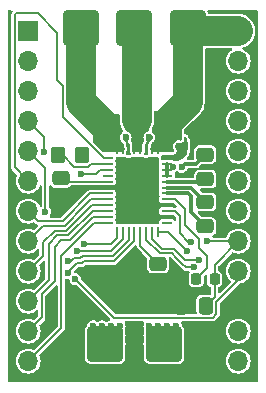
<source format=gbr>
%TF.GenerationSoftware,KiCad,Pcbnew,8.0.7*%
%TF.CreationDate,2025-02-16T23:20:21-06:00*%
%TF.ProjectId,MotorDriver,4d6f746f-7244-4726-9976-65722e6b6963,rev?*%
%TF.SameCoordinates,Original*%
%TF.FileFunction,Copper,L1,Top*%
%TF.FilePolarity,Positive*%
%FSLAX46Y46*%
G04 Gerber Fmt 4.6, Leading zero omitted, Abs format (unit mm)*
G04 Created by KiCad (PCBNEW 8.0.7) date 2025-02-16 23:20:21*
%MOMM*%
%LPD*%
G01*
G04 APERTURE LIST*
G04 Aperture macros list*
%AMRoundRect*
0 Rectangle with rounded corners*
0 $1 Rounding radius*
0 $2 $3 $4 $5 $6 $7 $8 $9 X,Y pos of 4 corners*
0 Add a 4 corners polygon primitive as box body*
4,1,4,$2,$3,$4,$5,$6,$7,$8,$9,$2,$3,0*
0 Add four circle primitives for the rounded corners*
1,1,$1+$1,$2,$3*
1,1,$1+$1,$4,$5*
1,1,$1+$1,$6,$7*
1,1,$1+$1,$8,$9*
0 Add four rect primitives between the rounded corners*
20,1,$1+$1,$2,$3,$4,$5,0*
20,1,$1+$1,$4,$5,$6,$7,0*
20,1,$1+$1,$6,$7,$8,$9,0*
20,1,$1+$1,$8,$9,$2,$3,0*%
G04 Aperture macros list end*
%TA.AperFunction,SMDPad,CuDef*%
%ADD10RoundRect,0.250000X-0.475000X0.337500X-0.475000X-0.337500X0.475000X-0.337500X0.475000X0.337500X0*%
%TD*%
%TA.AperFunction,SMDPad,CuDef*%
%ADD11RoundRect,0.300000X1.200000X1.200000X-1.200000X1.200000X-1.200000X-1.200000X1.200000X-1.200000X0*%
%TD*%
%TA.AperFunction,SMDPad,CuDef*%
%ADD12RoundRect,0.250000X-0.350000X-0.450000X0.350000X-0.450000X0.350000X0.450000X-0.350000X0.450000X0*%
%TD*%
%TA.AperFunction,SMDPad,CuDef*%
%ADD13RoundRect,0.250000X0.475000X-0.337500X0.475000X0.337500X-0.475000X0.337500X-0.475000X-0.337500X0*%
%TD*%
%TA.AperFunction,SMDPad,CuDef*%
%ADD14R,0.906066X0.242473*%
%TD*%
%TA.AperFunction,SMDPad,CuDef*%
%ADD15R,0.242473X0.906066*%
%TD*%
%TA.AperFunction,SMDPad,CuDef*%
%ADD16R,0.242472X0.906064*%
%TD*%
%TA.AperFunction,SMDPad,CuDef*%
%ADD17R,3.600000X5.600000*%
%TD*%
%TA.AperFunction,SMDPad,CuDef*%
%ADD18RoundRect,0.250000X-0.337500X-0.475000X0.337500X-0.475000X0.337500X0.475000X-0.337500X0.475000X0*%
%TD*%
%TA.AperFunction,SMDPad,CuDef*%
%ADD19RoundRect,0.218750X-0.218750X-0.256250X0.218750X-0.256250X0.218750X0.256250X-0.218750X0.256250X0*%
%TD*%
%TA.AperFunction,SMDPad,CuDef*%
%ADD20RoundRect,0.300000X-1.200000X-1.200000X1.200000X-1.200000X1.200000X1.200000X-1.200000X1.200000X0*%
%TD*%
%TA.AperFunction,ComponentPad*%
%ADD21R,1.700000X1.700000*%
%TD*%
%TA.AperFunction,ComponentPad*%
%ADD22O,1.700000X1.700000*%
%TD*%
%TA.AperFunction,ViaPad*%
%ADD23C,0.600000*%
%TD*%
%TA.AperFunction,Conductor*%
%ADD24C,0.300000*%
%TD*%
%TA.AperFunction,Conductor*%
%ADD25C,0.200000*%
%TD*%
%TA.AperFunction,Conductor*%
%ADD26C,2.500000*%
%TD*%
G04 APERTURE END LIST*
D10*
%TO.P,C3,1*%
%TO.N,Net-(U1-VREF_ILIM)*%
X136000000Y-94712500D03*
%TO.P,C3,2*%
%TO.N,GND*%
X136000000Y-96787500D03*
%TD*%
D11*
%TO.P,J3,1,Pin_1*%
%TO.N,/OUTA*%
X138500000Y-74750000D03*
%TO.P,J3,2,Pin_2*%
%TO.N,/OUTB*%
X134000000Y-74750000D03*
%TO.P,J3,3,Pin_3*%
%TO.N,/OUTC*%
X129500000Y-74750000D03*
%TD*%
D12*
%TO.P,R1,1*%
%TO.N,Net-(U1-FAULT_N)*%
X127517707Y-85481338D03*
%TO.P,R1,2*%
%TO.N,+3.3V*%
X129517707Y-85481338D03*
%TD*%
D13*
%TO.P,C5,1*%
%TO.N,Net-(U1-CPL)*%
X140000000Y-91537500D03*
%TO.P,C5,2*%
%TO.N,Net-(U1-CPH)*%
X140000000Y-89462500D03*
%TD*%
D14*
%TO.P,U1,1,NC*%
%TO.N,unconnected-(U1-NC-Pad1)*%
X136753034Y-91250000D03*
%TO.P,U1,2,AGND*%
%TO.N,GND*%
X136753034Y-90750001D03*
%TO.P,U1,3,FB_BK*%
%TO.N,/Buck_Out*%
X136753034Y-90249999D03*
%TO.P,U1,4,GND_BK*%
%TO.N,GND*%
X136753034Y-89750000D03*
%TO.P,U1,5,SW_BK*%
%TO.N,Net-(U1-SW_BK)*%
X136753034Y-89250001D03*
%TO.P,U1,6,CPL*%
%TO.N,Net-(U1-CPL)*%
X136753034Y-88750000D03*
%TO.P,U1,7,CPH*%
%TO.N,Net-(U1-CPH)*%
X136753034Y-88250000D03*
%TO.P,U1,8,CP*%
%TO.N,Net-(U1-CP)*%
X136753034Y-87749999D03*
%TO.P,U1,9,VM*%
%TO.N,+BATT*%
X136753034Y-87250000D03*
%TO.P,U1,10,VM*%
X136753034Y-86750001D03*
%TO.P,U1,11,VM*%
X136753034Y-86249999D03*
%TO.P,U1,12,PGND*%
%TO.N,-BATT*%
X136753034Y-85750000D03*
D15*
%TO.P,U1,13,OUTA*%
%TO.N,/OUTA*%
X136000000Y-84996967D03*
%TO.P,U1,14,OUTA*%
X135500001Y-84996967D03*
%TO.P,U1,15,PGND*%
%TO.N,-BATT*%
X135000002Y-84996967D03*
%TO.P,U1,16,OUTB*%
%TO.N,/OUTB*%
X134500001Y-84996967D03*
%TO.P,U1,17,OUTB*%
X134000001Y-84996967D03*
%TO.P,U1,18,PGND*%
%TO.N,-BATT*%
X133500000Y-84996967D03*
%TO.P,U1,19,OUTC*%
%TO.N,/OUTC*%
X133000001Y-84996967D03*
%TO.P,U1,20,OUTC*%
X132500002Y-84996967D03*
D14*
%TO.P,U1,21,DRVOFF*%
%TO.N,Net-(J2-Pin_6)*%
X131746968Y-85750000D03*
%TO.P,U1,22,FAULT_N*%
%TO.N,Net-(U1-FAULT_N)*%
X131746968Y-86249999D03*
%TO.P,U1,23,SLEEP_N*%
%TO.N,Net-(J2-Pin_1)*%
X131746968Y-86750001D03*
%TO.P,U1,24,NC*%
%TO.N,unconnected-(U1-NC-Pad24)*%
X131746968Y-87250000D03*
%TO.P,U1,25,AVDD*%
%TO.N,+3.3V*%
X131746968Y-87749999D03*
%TO.P,U1,26,AGND*%
%TO.N,GND*%
X131746968Y-88250000D03*
%TO.P,U1,27,INHA*%
%TO.N,/INHA*%
X131746968Y-88750000D03*
%TO.P,U1,28,INLA*%
%TO.N,/INLA*%
X131746968Y-89250001D03*
%TO.P,U1,29,INHB*%
%TO.N,/INHB*%
X131746968Y-89750000D03*
%TO.P,U1,30,INLB*%
%TO.N,/INLB*%
X131746968Y-90249999D03*
%TO.P,U1,31,INHC*%
%TO.N,/INHC*%
X131746968Y-90750001D03*
%TO.P,U1,32,INLC*%
%TO.N,/INLC*%
X131746968Y-91250000D03*
D15*
%TO.P,U1,33,SDO*%
%TO.N,Net-(J2-Pin_3)*%
X132500002Y-92003033D03*
%TO.P,U1,34,SDI*%
%TO.N,Net-(J2-Pin_4)*%
X133000001Y-92003033D03*
%TO.P,U1,35,SCLK*%
%TO.N,Net-(J2-Pin_5)*%
X133500000Y-92003033D03*
%TO.P,U1,36,SCS_N*%
%TO.N,Net-(J2-Pin_2)*%
X134000001Y-92003033D03*
%TO.P,U1,37,VREF_ILIM*%
%TO.N,Net-(U1-VREF_ILIM)*%
X134500001Y-92003033D03*
%TO.P,U1,38,SOC*%
%TO.N,Net-(J4-Pin_7)*%
X135000002Y-92003033D03*
%TO.P,U1,39,SOB*%
%TO.N,Net-(J4-Pin_6)*%
X135500001Y-92003033D03*
D16*
%TO.P,U1,40,SOA*%
%TO.N,Net-(J4-Pin_5)*%
X136000000Y-92003032D03*
D17*
%TO.P,U1,41,Thermal_Pad*%
%TO.N,GND*%
X134250001Y-88500000D03*
%TD*%
D10*
%TO.P,C6,1*%
%TO.N,+3.3V*%
X127750000Y-87462500D03*
%TO.P,C6,2*%
%TO.N,GND*%
X127750000Y-89537500D03*
%TD*%
D18*
%TO.P,C7,1*%
%TO.N,GND*%
X137962500Y-98250000D03*
%TO.P,C7,2*%
%TO.N,/Buck_Out*%
X140037500Y-98250000D03*
%TD*%
D19*
%TO.P,L1,1,1*%
%TO.N,Net-(U1-SW_BK)*%
X139212500Y-96000000D03*
%TO.P,L1,2,2*%
%TO.N,/Buck_Out*%
X140787500Y-96000000D03*
%TD*%
D20*
%TO.P,J1,1,Pin_1*%
%TO.N,-BATT*%
X131500000Y-101500000D03*
%TO.P,J1,2,Pin_2*%
%TO.N,+BATT*%
X136500000Y-101500000D03*
%TD*%
D10*
%TO.P,C4,1*%
%TO.N,+BATT*%
X140000000Y-85462500D03*
%TO.P,C4,2*%
%TO.N,Net-(U1-CP)*%
X140000000Y-87537500D03*
%TD*%
D21*
%TO.P,J2,1,Pin_1*%
%TO.N,Net-(J2-Pin_1)*%
X125000000Y-75000000D03*
D22*
%TO.P,J2,2,Pin_2*%
%TO.N,Net-(J2-Pin_2)*%
X125000000Y-77540000D03*
%TO.P,J2,3,Pin_3*%
%TO.N,Net-(J2-Pin_3)*%
X125000000Y-80080000D03*
%TO.P,J2,4,Pin_4*%
%TO.N,Net-(J2-Pin_4)*%
X125000000Y-82620000D03*
%TO.P,J2,5,Pin_5*%
%TO.N,Net-(J2-Pin_5)*%
X125000000Y-85160000D03*
%TO.P,J2,6,Pin_6*%
%TO.N,Net-(J2-Pin_6)*%
X125000000Y-87700000D03*
%TO.P,J2,7,Pin_7*%
%TO.N,/INHA*%
X125000000Y-90240000D03*
%TO.P,J2,8,Pin_8*%
%TO.N,/INLA*%
X125000000Y-92780000D03*
%TO.P,J2,9,Pin_9*%
%TO.N,/INHB*%
X125000000Y-95320000D03*
%TO.P,J2,10,Pin_10*%
%TO.N,/INLB*%
X125000000Y-97860000D03*
%TO.P,J2,11,Pin_11*%
%TO.N,/INHC*%
X125000000Y-100400000D03*
%TO.P,J2,12,Pin_12*%
%TO.N,/INLC*%
X125000000Y-102940000D03*
%TD*%
D21*
%TO.P,J4,1,Pin_1*%
%TO.N,/OUTA*%
X142780000Y-75000000D03*
D22*
%TO.P,J4,2,Pin_2*%
%TO.N,/OUTB*%
X142780000Y-77540000D03*
%TO.P,J4,3,Pin_3*%
%TO.N,/OUTC*%
X142780000Y-80080000D03*
%TO.P,J4,4,Pin_4*%
%TO.N,unconnected-(J4-Pin_4-Pad4)*%
X142780000Y-82620000D03*
%TO.P,J4,5,Pin_5*%
%TO.N,Net-(J4-Pin_5)*%
X142780000Y-85160000D03*
%TO.P,J4,6,Pin_6*%
%TO.N,Net-(J4-Pin_6)*%
X142780000Y-87700000D03*
%TO.P,J4,7,Pin_7*%
%TO.N,Net-(J4-Pin_7)*%
X142780000Y-90240000D03*
%TO.P,J4,8,Pin_8*%
%TO.N,/Buck_Out*%
X142780000Y-92780000D03*
%TO.P,J4,9,Pin_9*%
%TO.N,+3.3V*%
X142780000Y-95320000D03*
%TO.P,J4,10,Pin_10*%
%TO.N,GND*%
X142780000Y-97860000D03*
%TO.P,J4,11,Pin_11*%
%TO.N,+BATT*%
X142780000Y-100400000D03*
%TO.P,J4,12,Pin_12*%
%TO.N,-BATT*%
X142780000Y-102940000D03*
%TD*%
D23*
%TO.N,+BATT*%
X136750000Y-100750000D03*
X135250000Y-101500000D03*
X136750000Y-101500000D03*
X137250000Y-86500000D03*
X137500000Y-101500000D03*
X137500000Y-100000000D03*
X136750000Y-100000000D03*
X138000000Y-86500000D03*
X136000000Y-100000000D03*
X136000000Y-101500000D03*
X136000000Y-100750000D03*
X135250000Y-100000000D03*
X137500000Y-100750000D03*
X135250000Y-100750000D03*
%TO.N,-BATT*%
X132000000Y-100750000D03*
X137750000Y-85500000D03*
X132750000Y-100750000D03*
X131250000Y-101500000D03*
X130500000Y-101500000D03*
X133250000Y-84000000D03*
X131250000Y-100750000D03*
X132750000Y-101500000D03*
X137750000Y-84750000D03*
X131250000Y-100000000D03*
X135250000Y-84000000D03*
X130500000Y-100000000D03*
X132750000Y-100000000D03*
X132000000Y-100000000D03*
X132000000Y-101500000D03*
X130500000Y-100750000D03*
%TO.N,GND*%
X134750000Y-90750000D03*
X127894936Y-89392563D03*
X134000000Y-93750000D03*
X134750000Y-88250000D03*
X134250000Y-97000000D03*
X133750000Y-96250000D03*
X133750000Y-90750000D03*
X138950000Y-98250000D03*
X133750000Y-88250000D03*
X134750000Y-89500000D03*
X133750000Y-89500000D03*
X134750000Y-96250000D03*
%TO.N,+3.3V*%
X127750000Y-87462500D03*
X129000000Y-96000000D03*
X129517707Y-85481338D03*
%TO.N,/Buck_Out*%
X140106796Y-92750000D03*
X138822809Y-92819551D03*
%TO.N,Net-(J2-Pin_3)*%
X129750000Y-93000000D03*
%TO.N,Net-(J2-Pin_2)*%
X128382843Y-95490965D03*
%TO.N,Net-(J2-Pin_5)*%
X128382843Y-94500000D03*
X126459443Y-90290525D03*
%TO.N,Net-(J2-Pin_1)*%
X129500000Y-87081338D03*
%TO.N,Net-(J2-Pin_4)*%
X126346517Y-85256949D03*
X129148957Y-93601043D03*
%TO.N,/OUTA*%
X136500000Y-82750000D03*
X139250000Y-74250000D03*
X136500000Y-85000000D03*
X138500000Y-75750000D03*
X139250000Y-75750000D03*
X137750000Y-75750000D03*
X139250000Y-75000000D03*
X136500000Y-83500000D03*
X137750000Y-75000000D03*
X138500000Y-75000000D03*
X136500000Y-84250000D03*
X137750000Y-74250000D03*
X137250000Y-83500000D03*
X135750000Y-85000000D03*
X138500000Y-74250000D03*
X137250000Y-82750000D03*
%TO.N,/OUTC*%
X131750000Y-85000000D03*
X131750000Y-83500000D03*
X131000000Y-82750000D03*
X128750000Y-74250000D03*
X129500000Y-74250000D03*
X130250000Y-75000000D03*
X131750000Y-82750000D03*
X129500000Y-75750000D03*
X130250000Y-75750000D03*
X128750000Y-75000000D03*
X128750000Y-75750000D03*
X129500000Y-75000000D03*
X130250000Y-74250000D03*
X131750000Y-84250000D03*
X131000000Y-83500000D03*
X132750000Y-85000000D03*
%TO.N,/OUTB*%
X134250000Y-85000000D03*
X134250000Y-75000000D03*
X133500000Y-75000000D03*
X134250000Y-81750000D03*
X135000000Y-74250000D03*
X133750000Y-82500000D03*
X134750000Y-82500000D03*
X134250000Y-84250000D03*
X134250000Y-74250000D03*
X133500000Y-74250000D03*
X134250000Y-75750000D03*
X134250000Y-83250000D03*
X135000000Y-75000000D03*
X135000000Y-75750000D03*
X133500000Y-75750000D03*
%TO.N,Net-(J4-Pin_6)*%
X139500000Y-94350000D03*
%TO.N,Net-(J4-Pin_7)*%
X139000000Y-95000000D03*
%TO.N,Net-(J4-Pin_5)*%
X138415380Y-93584620D03*
%TD*%
D24*
%TO.N,+BATT*%
X136753034Y-87250000D02*
X136753034Y-86249999D01*
X139212500Y-86250000D02*
X140000000Y-85462500D01*
X138000000Y-86500000D02*
X138250000Y-86250000D01*
X139212500Y-86250000D02*
X138250000Y-86250000D01*
D25*
%TO.N,Net-(U1-VREF_ILIM)*%
X134500001Y-93212501D02*
X136000000Y-94712500D01*
X134500001Y-92003033D02*
X134500001Y-93212501D01*
%TO.N,GND*%
X131746968Y-88250000D02*
X131750000Y-88250000D01*
X136753034Y-89750000D02*
X136750000Y-89750000D01*
X133750000Y-88250000D02*
X134000001Y-88250000D01*
X138950000Y-98250000D02*
X137962500Y-98250000D01*
X131750000Y-88250000D02*
X133750000Y-88250000D01*
X136078767Y-90750001D02*
X134250001Y-88921235D01*
X135500001Y-89750000D02*
X134250001Y-88500000D01*
X136750000Y-89750000D02*
X135500001Y-89750000D01*
X136753034Y-90750001D02*
X136078767Y-90750001D01*
D24*
%TO.N,Net-(U1-CP)*%
X139787501Y-87749999D02*
X136753034Y-87749999D01*
X140000000Y-87537500D02*
X139787501Y-87749999D01*
%TO.N,Net-(U1-CPL)*%
X138750000Y-89000000D02*
X138500000Y-88750000D01*
X138500000Y-88750000D02*
X136753034Y-88750000D01*
X138750000Y-90287500D02*
X138750000Y-89000000D01*
X140000000Y-91537500D02*
X138750000Y-90287500D01*
%TO.N,Net-(U1-CPH)*%
X138787500Y-88250000D02*
X136753034Y-88250000D01*
X140000000Y-89462500D02*
X138787500Y-88250000D01*
D25*
%TO.N,+3.3V*%
X127517707Y-87230207D02*
X127750000Y-87462500D01*
X140609744Y-99275000D02*
X132275000Y-99275000D01*
X132275000Y-99275000D02*
X129000000Y-96000000D01*
X142780000Y-95320000D02*
X142780000Y-96073185D01*
X140925000Y-98959744D02*
X140609744Y-99275000D01*
X142780000Y-96073185D02*
X140925000Y-97928185D01*
X129000000Y-96000000D02*
X129125000Y-96125000D01*
X140925000Y-97928185D02*
X140925000Y-98959744D01*
X127750000Y-87462500D02*
X128037499Y-87749999D01*
X128037499Y-87749999D02*
X131746968Y-87749999D01*
%TO.N,/Buck_Out*%
X140787500Y-97500000D02*
X140037500Y-98250000D01*
X137850000Y-92100000D02*
X138569551Y-92819551D01*
X140136796Y-92780000D02*
X140106796Y-92750000D01*
X140787500Y-94772500D02*
X140787500Y-96000000D01*
X138569551Y-92819551D02*
X138822809Y-92819551D01*
X142780000Y-92780000D02*
X140787500Y-94772500D01*
X140787500Y-96000000D02*
X140787500Y-97500000D01*
X136753034Y-90249999D02*
X137427301Y-90249999D01*
X142780000Y-92780000D02*
X140136796Y-92780000D01*
X137427301Y-90249999D02*
X137850000Y-90672698D01*
X137850000Y-90672698D02*
X137850000Y-92100000D01*
%TO.N,/INLC*%
X125000000Y-102940000D02*
X127782843Y-100157157D01*
X130580761Y-91250000D02*
X131746968Y-91250000D01*
X127782843Y-94047918D02*
X130580761Y-91250000D01*
X127782843Y-100157157D02*
X127782843Y-94047918D01*
%TO.N,Net-(J2-Pin_3)*%
X132045931Y-93000000D02*
X129750000Y-93000000D01*
X132045931Y-93000000D02*
X132500002Y-92545929D01*
X132500002Y-92545929D02*
X132500002Y-92003033D01*
%TO.N,/INHC*%
X127250000Y-93250000D02*
X127800000Y-92700000D01*
X128000000Y-92700000D02*
X128250000Y-92700000D01*
X127087843Y-96337843D02*
X127250000Y-96175686D01*
X128562743Y-92700000D02*
X130512742Y-90750001D01*
X130512742Y-90750001D02*
X131746968Y-90750001D01*
X126150000Y-97275686D02*
X127087843Y-96337843D01*
X126150000Y-99250000D02*
X126150000Y-97383654D01*
X127250000Y-96175686D02*
X127250000Y-93250000D01*
X125000000Y-100400000D02*
X126150000Y-99250000D01*
X127800000Y-92700000D02*
X128000000Y-92700000D01*
X128250000Y-92700000D02*
X128562743Y-92700000D01*
X126150000Y-97383654D02*
X126150000Y-97275686D01*
%TO.N,Net-(J2-Pin_2)*%
X132242989Y-94500000D02*
X134000001Y-92742988D01*
X129734925Y-94500000D02*
X132242989Y-94500000D01*
X128382843Y-95490965D02*
X128382843Y-95367157D01*
X128382843Y-95367157D02*
X129098957Y-94651043D01*
X129098957Y-94651043D02*
X129583882Y-94651043D01*
X129583882Y-94651043D02*
X129734925Y-94500000D01*
X134000001Y-92742988D02*
X134000001Y-92003033D01*
%TO.N,/INHA*%
X125850000Y-91090000D02*
X127910000Y-91090000D01*
X127910000Y-91090000D02*
X130250000Y-88750000D01*
X130250000Y-88750000D02*
X131746968Y-88750000D01*
X125000000Y-90240000D02*
X125850000Y-91090000D01*
%TO.N,Net-(J2-Pin_6)*%
X127950000Y-79642032D02*
X127950000Y-82284829D01*
X131415171Y-85750000D02*
X131746968Y-85750000D01*
X124000000Y-73500000D02*
X125800000Y-73500000D01*
X127450000Y-79142032D02*
X127950000Y-79642032D01*
X125000000Y-87700000D02*
X123850000Y-86550000D01*
X123850000Y-86550000D02*
X123850000Y-73650000D01*
X127450000Y-75150000D02*
X127450000Y-79142032D01*
X127950000Y-82284829D02*
X131415171Y-85750000D01*
X123850000Y-73650000D02*
X124000000Y-73500000D01*
X125800000Y-73500000D02*
X127450000Y-75150000D01*
%TO.N,/INLA*%
X126250000Y-91500000D02*
X128065685Y-91500000D01*
X128075686Y-91490000D02*
X129750000Y-89815685D01*
X128075685Y-91490000D02*
X128075686Y-91490000D01*
X130315684Y-89250001D02*
X131746968Y-89250001D01*
X126250000Y-91530000D02*
X126250000Y-91500000D01*
X125000000Y-92780000D02*
X126250000Y-91530000D01*
X129750000Y-89815685D02*
X130315684Y-89250001D01*
X128065685Y-91500000D02*
X128075685Y-91490000D01*
%TO.N,Net-(J2-Pin_5)*%
X128879718Y-94251043D02*
X129418196Y-94251043D01*
X132176260Y-94001043D02*
X133500000Y-92677303D01*
X129418196Y-94251043D02*
X129668196Y-94001043D01*
X126459443Y-86619443D02*
X126459443Y-90290525D01*
X133500000Y-92677303D02*
X133500000Y-92003033D01*
X129668196Y-94001043D02*
X132176260Y-94001043D01*
X128630761Y-94500000D02*
X128879718Y-94251043D01*
X125000000Y-85160000D02*
X126459443Y-86619443D01*
X128382843Y-94500000D02*
X128630761Y-94500000D01*
%TO.N,/INLB*%
X127450000Y-92300000D02*
X128397057Y-92300000D01*
X126750000Y-93000000D02*
X127450000Y-92300000D01*
X125000000Y-97860000D02*
X126750000Y-96110000D01*
X130447058Y-90249999D02*
X131746968Y-90249999D01*
X128397057Y-92300000D02*
X130447058Y-90249999D01*
X126750000Y-96110000D02*
X126750000Y-93000000D01*
%TO.N,Net-(J2-Pin_1)*%
X129500000Y-87081338D02*
X130741361Y-87081338D01*
X130741361Y-87081338D02*
X131072698Y-86750001D01*
X131072698Y-86750001D02*
X131746968Y-86750001D01*
%TO.N,Net-(J2-Pin_4)*%
X132010574Y-93601043D02*
X129148957Y-93601043D01*
X126346517Y-85256949D02*
X126346517Y-83966517D01*
X133000001Y-92611616D02*
X132010574Y-93601043D01*
X126346517Y-83966517D02*
X125000000Y-82620000D01*
X126250000Y-85353466D02*
X126346517Y-85256949D01*
X133000001Y-92003033D02*
X133000001Y-92611616D01*
%TO.N,/INHB*%
X130381371Y-89750000D02*
X131746968Y-89750000D01*
X128231371Y-91900000D02*
X130381371Y-89750000D01*
X126250000Y-92900000D02*
X127250000Y-91900000D01*
X126250000Y-94070000D02*
X126250000Y-92900000D01*
X125000000Y-95320000D02*
X126250000Y-94070000D01*
X127250000Y-91900000D02*
X128231371Y-91900000D01*
D26*
%TO.N,/OUTA*%
X138500000Y-74750000D02*
X138500000Y-81000000D01*
D24*
X135500001Y-84996967D02*
X136000000Y-84996967D01*
D26*
X138500000Y-81000000D02*
X136900000Y-82600000D01*
X142780000Y-75000000D02*
X138750000Y-75000000D01*
X138750000Y-75000000D02*
X138500000Y-74750000D01*
%TO.N,/OUTC*%
X129500000Y-74750000D02*
X129500000Y-81000000D01*
X129500000Y-81000000D02*
X131500000Y-83000000D01*
D24*
X133000001Y-84996967D02*
X132500002Y-84996967D01*
%TO.N,/OUTB*%
X134500001Y-84996967D02*
X134000001Y-84996967D01*
D26*
X134000000Y-74750000D02*
X134200000Y-74950000D01*
X134200000Y-74950000D02*
X134200000Y-82500000D01*
D25*
%TO.N,Net-(J4-Pin_6)*%
X136313385Y-93425000D02*
X137336521Y-93425000D01*
X135500001Y-92611616D02*
X136313385Y-93425000D01*
X138261520Y-94350000D02*
X139500000Y-94350000D01*
X137336521Y-93425000D02*
X137705760Y-93794240D01*
X135500001Y-92003033D02*
X135500001Y-92611616D01*
X137705760Y-93794240D02*
X138261520Y-94350000D01*
%TO.N,Net-(J4-Pin_7)*%
X138047918Y-94702082D02*
X138345836Y-95000000D01*
X137547918Y-94202082D02*
X138047918Y-94702082D01*
X137170835Y-93825000D02*
X137547918Y-94202082D01*
X135000002Y-92677303D02*
X136147699Y-93825000D01*
X135000002Y-92003033D02*
X135000002Y-92677303D01*
X136147699Y-93825000D02*
X137170835Y-93825000D01*
X138345836Y-95000000D02*
X139000000Y-95000000D01*
%TO.N,Net-(J4-Pin_5)*%
X136000000Y-92003033D02*
X136833794Y-92003033D01*
X138415380Y-93584620D02*
X138580761Y-93750000D01*
X136833794Y-92003033D02*
X138165380Y-93334620D01*
X138165380Y-93334620D02*
X138415380Y-93584620D01*
%TO.N,Net-(U1-SW_BK)*%
X139456796Y-92591540D02*
X138250000Y-91384744D01*
X138250000Y-91384744D02*
X138250000Y-90072697D01*
X139212500Y-96000000D02*
X140150000Y-95062500D01*
X138250000Y-90072697D02*
X137427304Y-89250001D01*
X140150000Y-95062500D02*
X140150000Y-94080761D01*
X139456796Y-93387557D02*
X139456796Y-92591540D01*
X140150000Y-94080761D02*
X139456796Y-93387557D01*
X137427304Y-89250001D02*
X136753034Y-89250001D01*
%TO.N,Net-(U1-FAULT_N)*%
X127917707Y-85481338D02*
X127917707Y-85315653D01*
X127917707Y-85315653D02*
X127800549Y-85198495D01*
X130333790Y-86249999D02*
X130102451Y-86481338D01*
X128917707Y-86481338D02*
X127917707Y-85481338D01*
X131746968Y-86249999D02*
X130333790Y-86249999D01*
X130102451Y-86481338D02*
X128917707Y-86481338D01*
%TD*%
%TA.AperFunction,Conductor*%
%TO.N,-BATT*%
G36*
X138331826Y-83951854D02*
G01*
X138344762Y-83969297D01*
X138420442Y-84110886D01*
X138425994Y-84124288D01*
X138478669Y-84297935D01*
X138481499Y-84312162D01*
X138482643Y-84323778D01*
X138497626Y-84475901D01*
X138499644Y-84496384D01*
X138500000Y-84503638D01*
X138500000Y-84996361D01*
X138499644Y-85003615D01*
X138481499Y-85187837D01*
X138478669Y-85202064D01*
X138425994Y-85375711D01*
X138420442Y-85389113D01*
X138334906Y-85549140D01*
X138326847Y-85561202D01*
X138211730Y-85701472D01*
X138201472Y-85711730D01*
X138061202Y-85826847D01*
X138049140Y-85834906D01*
X137889113Y-85920442D01*
X137875711Y-85925994D01*
X137702064Y-85978669D01*
X137687837Y-85981499D01*
X137526407Y-85997399D01*
X137503613Y-85999644D01*
X137496361Y-86000000D01*
X137396697Y-86000000D01*
X137355584Y-85987528D01*
X137350619Y-85984210D01*
X137327326Y-85968646D01*
X137284299Y-85939895D01*
X137284300Y-85939895D01*
X137255056Y-85934078D01*
X137225815Y-85928262D01*
X137225813Y-85928262D01*
X136914816Y-85928262D01*
X136893189Y-85923960D01*
X136893007Y-85924640D01*
X136799180Y-85899499D01*
X136799178Y-85899499D01*
X136706890Y-85899499D01*
X136706888Y-85899499D01*
X136613061Y-85924640D01*
X136612878Y-85923960D01*
X136591252Y-85928262D01*
X136324501Y-85928262D01*
X136272175Y-85906588D01*
X136250501Y-85854262D01*
X136250501Y-85680253D01*
X136246535Y-85660316D01*
X136257584Y-85604767D01*
X136265005Y-85595724D01*
X136265787Y-85594553D01*
X136265789Y-85594552D01*
X136296133Y-85549140D01*
X136314154Y-85522171D01*
X136317410Y-85524346D01*
X136347687Y-85494019D01*
X136396911Y-85491360D01*
X136417881Y-85497517D01*
X136428038Y-85500500D01*
X136428039Y-85500500D01*
X136571963Y-85500500D01*
X136571964Y-85500499D01*
X136575367Y-85499500D01*
X136710053Y-85459953D01*
X136710053Y-85459952D01*
X136715008Y-85458498D01*
X136735856Y-85455500D01*
X137259168Y-85455500D01*
X137270870Y-85454830D01*
X137282582Y-85454161D01*
X137305008Y-85451588D01*
X137387710Y-85423403D01*
X137440105Y-85391805D01*
X137489289Y-85350399D01*
X137511817Y-85324399D01*
X137522763Y-85310615D01*
X137532719Y-85296911D01*
X137566621Y-85222676D01*
X137580481Y-85163081D01*
X137585576Y-85126593D01*
X137569616Y-85036541D01*
X137545800Y-84980181D01*
X137511818Y-84925602D01*
X137506240Y-84919165D01*
X137494861Y-84901458D01*
X137468454Y-84843636D01*
X137462522Y-84823432D01*
X137453478Y-84760523D01*
X137453478Y-84739474D01*
X137462522Y-84676562D01*
X137468453Y-84656363D01*
X137494859Y-84598541D01*
X137506242Y-84580831D01*
X137547864Y-84532796D01*
X137563777Y-84519007D01*
X137617242Y-84484648D01*
X137636392Y-84475902D01*
X137684788Y-84461693D01*
X137697376Y-84457997D01*
X137718223Y-84455000D01*
X137781779Y-84455000D01*
X137802625Y-84457997D01*
X137815211Y-84461693D01*
X137876043Y-84469997D01*
X137910274Y-84469508D01*
X137934503Y-84469163D01*
X137934513Y-84469162D01*
X137934527Y-84469162D01*
X137968287Y-84465880D01*
X138052383Y-84429936D01*
X138101883Y-84393972D01*
X138129628Y-84369731D01*
X138176536Y-84291221D01*
X138195443Y-84233030D01*
X138205500Y-84169528D01*
X138205500Y-84004180D01*
X138227174Y-83951854D01*
X138279500Y-83930180D01*
X138331826Y-83951854D01*
G37*
%TD.AperFunction*%
%TA.AperFunction,Conductor*%
G36*
X133417471Y-83756959D02*
G01*
X133436220Y-83769008D01*
X133452137Y-83782800D01*
X133493755Y-83830831D01*
X133505139Y-83848545D01*
X133531541Y-83906354D01*
X133537475Y-83926562D01*
X133539235Y-83938802D01*
X133546520Y-83989466D01*
X133546520Y-84010527D01*
X133541998Y-84041981D01*
X133541998Y-84041983D01*
X133537476Y-84073431D01*
X133531542Y-84093639D01*
X133500486Y-84161642D01*
X133494498Y-84176206D01*
X133489267Y-84190467D01*
X133489265Y-84190475D01*
X133476850Y-84269317D01*
X133479251Y-84330457D01*
X133483991Y-84366988D01*
X133523209Y-84449610D01*
X133523211Y-84449613D01*
X133561086Y-84497659D01*
X133561088Y-84497660D01*
X133592468Y-84526668D01*
X133616180Y-84578103D01*
X133616237Y-84581008D01*
X133616237Y-85151000D01*
X133618766Y-85183140D01*
X133623616Y-85213762D01*
X133624383Y-85218279D01*
X133624387Y-85218292D01*
X133660327Y-85302380D01*
X133664130Y-85307614D01*
X133678264Y-85351112D01*
X133678264Y-85425500D01*
X133656590Y-85477826D01*
X133604264Y-85499500D01*
X133395738Y-85499500D01*
X133343412Y-85477826D01*
X133321738Y-85425500D01*
X133321738Y-85158748D01*
X133326040Y-85137122D01*
X133325360Y-85136940D01*
X133350500Y-85043113D01*
X133350501Y-85043113D01*
X133350501Y-84950821D01*
X133350500Y-84950820D01*
X133339864Y-84911127D01*
X133326615Y-84861679D01*
X133325360Y-84856995D01*
X133326038Y-84856813D01*
X133321738Y-84835185D01*
X133321738Y-84524187D01*
X133320707Y-84519004D01*
X133310105Y-84465703D01*
X133302953Y-84455000D01*
X133272114Y-84408847D01*
X133265790Y-84399382D01*
X133244229Y-84384975D01*
X133199469Y-84355066D01*
X133192737Y-84352278D01*
X133193429Y-84350606D01*
X133155404Y-84325196D01*
X133154970Y-84325551D01*
X133153807Y-84324128D01*
X133153282Y-84323778D01*
X133152637Y-84322796D01*
X133152342Y-84322340D01*
X133152339Y-84322333D01*
X133113608Y-84274968D01*
X133081745Y-84246553D01*
X133057119Y-84195551D01*
X133060183Y-84169851D01*
X133074006Y-84124282D01*
X133079552Y-84110895D01*
X133165096Y-83950854D01*
X133173148Y-83938802D01*
X133288275Y-83798519D01*
X133298519Y-83788275D01*
X133330523Y-83762010D01*
X133384720Y-83745569D01*
X133417471Y-83756959D01*
G37*
%TD.AperFunction*%
%TA.AperFunction,Conductor*%
G36*
X135364443Y-83698187D02*
G01*
X135386382Y-83725018D01*
X135386388Y-83725025D01*
X135427857Y-83762010D01*
X135434372Y-83767820D01*
X135436215Y-83769004D01*
X135436218Y-83769006D01*
X135452136Y-83782799D01*
X135493752Y-83830826D01*
X135505140Y-83848546D01*
X135531542Y-83906359D01*
X135537476Y-83926568D01*
X135546519Y-83989468D01*
X135546519Y-84010530D01*
X135537476Y-84073430D01*
X135531542Y-84093639D01*
X135505140Y-84151452D01*
X135493752Y-84169172D01*
X135452137Y-84217197D01*
X135436241Y-84230976D01*
X135434379Y-84232173D01*
X135404377Y-84255651D01*
X135377800Y-84280751D01*
X135370371Y-84288134D01*
X135370370Y-84288136D01*
X135351261Y-84320118D01*
X135305816Y-84353920D01*
X135302177Y-84354740D01*
X135300533Y-84355067D01*
X135234213Y-84399381D01*
X135234211Y-84399383D01*
X135189897Y-84465701D01*
X135178264Y-84524187D01*
X135178264Y-84835185D01*
X135173963Y-84856813D01*
X135174642Y-84856995D01*
X135149501Y-84950820D01*
X135149501Y-85043113D01*
X135174642Y-85136940D01*
X135173961Y-85137122D01*
X135178264Y-85158748D01*
X135178264Y-85425500D01*
X135156590Y-85477826D01*
X135104264Y-85499500D01*
X134895738Y-85499500D01*
X134843412Y-85477826D01*
X134821738Y-85425500D01*
X134821738Y-85348453D01*
X134832213Y-85310498D01*
X134854801Y-85272693D01*
X134871052Y-85222676D01*
X134873708Y-85214502D01*
X134883765Y-85151000D01*
X134883765Y-84584280D01*
X134905439Y-84531954D01*
X134912048Y-84526090D01*
X134916412Y-84522663D01*
X134968403Y-84462113D01*
X134998490Y-84408836D01*
X135013657Y-84375263D01*
X135023713Y-84284362D01*
X135016739Y-84223576D01*
X134999507Y-84161630D01*
X134968454Y-84093635D01*
X134962523Y-84073434D01*
X134955776Y-84026510D01*
X134953479Y-84010526D01*
X134953479Y-83989466D01*
X134953479Y-83989464D01*
X134962523Y-83926562D01*
X134968455Y-83906359D01*
X134994859Y-83848541D01*
X135006242Y-83830831D01*
X135047864Y-83782796D01*
X135063780Y-83769006D01*
X135117241Y-83734649D01*
X135136391Y-83725904D01*
X135236788Y-83696425D01*
X135239587Y-83695581D01*
X135242288Y-83694746D01*
X135274034Y-83678855D01*
X135330527Y-83674816D01*
X135364443Y-83698187D01*
G37*
%TD.AperFunction*%
%TD*%
%TA.AperFunction,Conductor*%
%TO.N,GND*%
G36*
X123643712Y-73269407D02*
G01*
X123679676Y-73318907D01*
X123679676Y-73380093D01*
X123655525Y-73419503D01*
X123609539Y-73465489D01*
X123569980Y-73534007D01*
X123569978Y-73534011D01*
X123549500Y-73610435D01*
X123549500Y-86589564D01*
X123569977Y-86665985D01*
X123569979Y-86665990D01*
X123595641Y-86710438D01*
X123609538Y-86734509D01*
X123609540Y-86734511D01*
X124023812Y-87148784D01*
X124051589Y-87203300D01*
X124042018Y-87263732D01*
X124041120Y-87265453D01*
X124024769Y-87296044D01*
X124024766Y-87296052D01*
X123964699Y-87494065D01*
X123964698Y-87494070D01*
X123944417Y-87699996D01*
X123944417Y-87700003D01*
X123964698Y-87905929D01*
X123964699Y-87905934D01*
X124024768Y-88103954D01*
X124122316Y-88286452D01*
X124152018Y-88322644D01*
X124253590Y-88446410D01*
X124253595Y-88446414D01*
X124413547Y-88577683D01*
X124413548Y-88577683D01*
X124413550Y-88577685D01*
X124596046Y-88675232D01*
X124733997Y-88717078D01*
X124794065Y-88735300D01*
X124794070Y-88735301D01*
X124999997Y-88755583D01*
X125000000Y-88755583D01*
X125000003Y-88755583D01*
X125205929Y-88735301D01*
X125205934Y-88735300D01*
X125249096Y-88722207D01*
X125403954Y-88675232D01*
X125586450Y-88577685D01*
X125746410Y-88446410D01*
X125877685Y-88286450D01*
X125972633Y-88108815D01*
X126016739Y-88066410D01*
X126077347Y-88058027D01*
X126131308Y-88086870D01*
X126158009Y-88141921D01*
X126158943Y-88155485D01*
X126158943Y-89784514D01*
X126140036Y-89842705D01*
X126090536Y-89878669D01*
X126029350Y-89878669D01*
X125979850Y-89842705D01*
X125972633Y-89831183D01*
X125877683Y-89653547D01*
X125764626Y-89515786D01*
X125746410Y-89493590D01*
X125746404Y-89493585D01*
X125586452Y-89362316D01*
X125403954Y-89264768D01*
X125205934Y-89204699D01*
X125205929Y-89204698D01*
X125000003Y-89184417D01*
X124999997Y-89184417D01*
X124794070Y-89204698D01*
X124794065Y-89204699D01*
X124596045Y-89264768D01*
X124413547Y-89362316D01*
X124253595Y-89493585D01*
X124253585Y-89493595D01*
X124122316Y-89653547D01*
X124024768Y-89836045D01*
X123964699Y-90034065D01*
X123964698Y-90034070D01*
X123944417Y-90239996D01*
X123944417Y-90240003D01*
X123964698Y-90445929D01*
X123964699Y-90445934D01*
X124024768Y-90643954D01*
X124122316Y-90826452D01*
X124230667Y-90958478D01*
X124253590Y-90986410D01*
X124253595Y-90986414D01*
X124413547Y-91117683D01*
X124413548Y-91117683D01*
X124413550Y-91117685D01*
X124596046Y-91215232D01*
X124733997Y-91257078D01*
X124794065Y-91275300D01*
X124794070Y-91275301D01*
X124999997Y-91295583D01*
X125000000Y-91295583D01*
X125000003Y-91295583D01*
X125205929Y-91275301D01*
X125205934Y-91275300D01*
X125403954Y-91215232D01*
X125434542Y-91198881D01*
X125494775Y-91188124D01*
X125549826Y-91214825D01*
X125551215Y-91216187D01*
X125665488Y-91330459D01*
X125665493Y-91330463D01*
X125734008Y-91370020D01*
X125734009Y-91370020D01*
X125734012Y-91370022D01*
X125766335Y-91378682D01*
X125817649Y-91412005D01*
X125839576Y-91469127D01*
X125823741Y-91528227D01*
X125810715Y-91544313D01*
X125551215Y-91803812D01*
X125496699Y-91831589D01*
X125436267Y-91822018D01*
X125434544Y-91821118D01*
X125403959Y-91804770D01*
X125403954Y-91804768D01*
X125205934Y-91744699D01*
X125205929Y-91744698D01*
X125000003Y-91724417D01*
X124999997Y-91724417D01*
X124794070Y-91744698D01*
X124794065Y-91744699D01*
X124596045Y-91804768D01*
X124413547Y-91902316D01*
X124253595Y-92033585D01*
X124253585Y-92033595D01*
X124122316Y-92193547D01*
X124024768Y-92376045D01*
X123964699Y-92574065D01*
X123964698Y-92574070D01*
X123944417Y-92779996D01*
X123944417Y-92780003D01*
X123964698Y-92985929D01*
X123964699Y-92985934D01*
X124024768Y-93183954D01*
X124122316Y-93366452D01*
X124234825Y-93503545D01*
X124253590Y-93526410D01*
X124253595Y-93526414D01*
X124413547Y-93657683D01*
X124413548Y-93657683D01*
X124413550Y-93657685D01*
X124596046Y-93755232D01*
X124733997Y-93797078D01*
X124794065Y-93815300D01*
X124794070Y-93815301D01*
X124999997Y-93835583D01*
X125000000Y-93835583D01*
X125000003Y-93835583D01*
X125205929Y-93815301D01*
X125205934Y-93815300D01*
X125403954Y-93755232D01*
X125586450Y-93657685D01*
X125746410Y-93526410D01*
X125765175Y-93503545D01*
X125773972Y-93492826D01*
X125825503Y-93459838D01*
X125886582Y-93463439D01*
X125933879Y-93502255D01*
X125949500Y-93555630D01*
X125949500Y-93904521D01*
X125930593Y-93962712D01*
X125920503Y-93974525D01*
X125551215Y-94343812D01*
X125496699Y-94371589D01*
X125436267Y-94362018D01*
X125434544Y-94361118D01*
X125403959Y-94344770D01*
X125403954Y-94344768D01*
X125205934Y-94284699D01*
X125205929Y-94284698D01*
X125000003Y-94264417D01*
X124999997Y-94264417D01*
X124794070Y-94284698D01*
X124794065Y-94284699D01*
X124596045Y-94344768D01*
X124413547Y-94442316D01*
X124253595Y-94573585D01*
X124253585Y-94573595D01*
X124122316Y-94733547D01*
X124024768Y-94916045D01*
X123964699Y-95114065D01*
X123964698Y-95114070D01*
X123944417Y-95319996D01*
X123944417Y-95320003D01*
X123964698Y-95525929D01*
X123964699Y-95525934D01*
X124024768Y-95723954D01*
X124122316Y-95906452D01*
X124216716Y-96021479D01*
X124253590Y-96066410D01*
X124253595Y-96066414D01*
X124413547Y-96197683D01*
X124413548Y-96197683D01*
X124413550Y-96197685D01*
X124596046Y-96295232D01*
X124733997Y-96337078D01*
X124794065Y-96355300D01*
X124794070Y-96355301D01*
X124999997Y-96375583D01*
X125000000Y-96375583D01*
X125000003Y-96375583D01*
X125205929Y-96355301D01*
X125205934Y-96355300D01*
X125205937Y-96355299D01*
X125403954Y-96295232D01*
X125586450Y-96197685D01*
X125746410Y-96066410D01*
X125877685Y-95906450D01*
X125975232Y-95723954D01*
X126035300Y-95525934D01*
X126035301Y-95525929D01*
X126055583Y-95320003D01*
X126055583Y-95319996D01*
X126035301Y-95114070D01*
X126035300Y-95114065D01*
X125999328Y-94995482D01*
X125975232Y-94916046D01*
X125958880Y-94885455D01*
X125948125Y-94825223D01*
X125974826Y-94770172D01*
X125976187Y-94768783D01*
X126171385Y-94573585D01*
X126280497Y-94464473D01*
X126335013Y-94436697D01*
X126395445Y-94446268D01*
X126438710Y-94489533D01*
X126449500Y-94534478D01*
X126449500Y-95944520D01*
X126430593Y-96002711D01*
X126420504Y-96014524D01*
X125551215Y-96883812D01*
X125496698Y-96911589D01*
X125436266Y-96902018D01*
X125434583Y-96901139D01*
X125403954Y-96884768D01*
X125205934Y-96824699D01*
X125205929Y-96824698D01*
X125000003Y-96804417D01*
X124999997Y-96804417D01*
X124794070Y-96824698D01*
X124794065Y-96824699D01*
X124596045Y-96884768D01*
X124413547Y-96982316D01*
X124253595Y-97113585D01*
X124253585Y-97113595D01*
X124122316Y-97273547D01*
X124024768Y-97456045D01*
X123964699Y-97654065D01*
X123964698Y-97654070D01*
X123944417Y-97859996D01*
X123944417Y-97860003D01*
X123964698Y-98065929D01*
X123964699Y-98065934D01*
X124024768Y-98263954D01*
X124122316Y-98446452D01*
X124150499Y-98480793D01*
X124253590Y-98606410D01*
X124253595Y-98606414D01*
X124413547Y-98737683D01*
X124413548Y-98737683D01*
X124413550Y-98737685D01*
X124596046Y-98835232D01*
X124733997Y-98877078D01*
X124794065Y-98895300D01*
X124794070Y-98895301D01*
X124999997Y-98915583D01*
X125000000Y-98915583D01*
X125000003Y-98915583D01*
X125205929Y-98895301D01*
X125205934Y-98895300D01*
X125403954Y-98835232D01*
X125586450Y-98737685D01*
X125687697Y-98654594D01*
X125744671Y-98632295D01*
X125803874Y-98647743D01*
X125842690Y-98695040D01*
X125849500Y-98731123D01*
X125849500Y-99084521D01*
X125830593Y-99142712D01*
X125820503Y-99154525D01*
X125551215Y-99423812D01*
X125496699Y-99451589D01*
X125436267Y-99442018D01*
X125434544Y-99441118D01*
X125403959Y-99424770D01*
X125403954Y-99424768D01*
X125205934Y-99364699D01*
X125205929Y-99364698D01*
X125000003Y-99344417D01*
X124999997Y-99344417D01*
X124794070Y-99364698D01*
X124794065Y-99364699D01*
X124596045Y-99424768D01*
X124413547Y-99522316D01*
X124253595Y-99653585D01*
X124253585Y-99653595D01*
X124122316Y-99813547D01*
X124024768Y-99996045D01*
X123964699Y-100194065D01*
X123964698Y-100194070D01*
X123944417Y-100399996D01*
X123944417Y-100400003D01*
X123964698Y-100605929D01*
X123964699Y-100605934D01*
X124024768Y-100803954D01*
X124122316Y-100986452D01*
X124253585Y-101146404D01*
X124253590Y-101146410D01*
X124253595Y-101146414D01*
X124413547Y-101277683D01*
X124413548Y-101277683D01*
X124413550Y-101277685D01*
X124596046Y-101375232D01*
X124733997Y-101417078D01*
X124794065Y-101435300D01*
X124794070Y-101435301D01*
X124999997Y-101455583D01*
X125000000Y-101455583D01*
X125000003Y-101455583D01*
X125205929Y-101435301D01*
X125205934Y-101435300D01*
X125403954Y-101375232D01*
X125586450Y-101277685D01*
X125746410Y-101146410D01*
X125877685Y-100986450D01*
X125975232Y-100803954D01*
X126035300Y-100605934D01*
X126035301Y-100605929D01*
X126055583Y-100400003D01*
X126055583Y-100399996D01*
X126035301Y-100194070D01*
X126035300Y-100194065D01*
X125993925Y-100057669D01*
X125975232Y-99996046D01*
X125958880Y-99965455D01*
X125948123Y-99905223D01*
X125974824Y-99850171D01*
X125976128Y-99848841D01*
X126390460Y-99434511D01*
X126396637Y-99423812D01*
X126430020Y-99365992D01*
X126430020Y-99365990D01*
X126430022Y-99365988D01*
X126450500Y-99289562D01*
X126450500Y-99210438D01*
X126450500Y-97441165D01*
X126469407Y-97382974D01*
X126479496Y-97371161D01*
X127313339Y-96537318D01*
X127367856Y-96509541D01*
X127428288Y-96519112D01*
X127471553Y-96562377D01*
X127482343Y-96607322D01*
X127482343Y-99991677D01*
X127463436Y-100049868D01*
X127453347Y-100061681D01*
X125551215Y-101963812D01*
X125496698Y-101991589D01*
X125436266Y-101982018D01*
X125434583Y-101981139D01*
X125403954Y-101964768D01*
X125205934Y-101904699D01*
X125205929Y-101904698D01*
X125000003Y-101884417D01*
X124999997Y-101884417D01*
X124794070Y-101904698D01*
X124794065Y-101904699D01*
X124596045Y-101964768D01*
X124413547Y-102062316D01*
X124253595Y-102193585D01*
X124253585Y-102193595D01*
X124122316Y-102353547D01*
X124024768Y-102536045D01*
X123964699Y-102734065D01*
X123964698Y-102734070D01*
X123944417Y-102939996D01*
X123944417Y-102940003D01*
X123964698Y-103145929D01*
X123964699Y-103145934D01*
X124024768Y-103343954D01*
X124122316Y-103526452D01*
X124253585Y-103686404D01*
X124253590Y-103686410D01*
X124253595Y-103686414D01*
X124413547Y-103817683D01*
X124413548Y-103817683D01*
X124413550Y-103817685D01*
X124596046Y-103915232D01*
X124733997Y-103957078D01*
X124794065Y-103975300D01*
X124794070Y-103975301D01*
X124999997Y-103995583D01*
X125000000Y-103995583D01*
X125000003Y-103995583D01*
X125205929Y-103975301D01*
X125205934Y-103975300D01*
X125403954Y-103915232D01*
X125586450Y-103817685D01*
X125746410Y-103686410D01*
X125877685Y-103526450D01*
X125975232Y-103343954D01*
X126035300Y-103145934D01*
X126035301Y-103145929D01*
X126055583Y-102940003D01*
X126055583Y-102939996D01*
X126035301Y-102734070D01*
X126035300Y-102734065D01*
X126017078Y-102673997D01*
X125975232Y-102536046D01*
X125975229Y-102536040D01*
X125958881Y-102505454D01*
X125948125Y-102445221D01*
X125974827Y-102390170D01*
X125976137Y-102388832D01*
X128023303Y-100341668D01*
X128031165Y-100328050D01*
X128062864Y-100273146D01*
X128083343Y-100196719D01*
X128083343Y-96056902D01*
X128102250Y-95998711D01*
X128151750Y-95962747D01*
X128210232Y-95961912D01*
X128310882Y-95991465D01*
X128310884Y-95991465D01*
X128407342Y-95991465D01*
X128465533Y-96010372D01*
X128501497Y-96059872D01*
X128505334Y-96076377D01*
X128514834Y-96142455D01*
X128539557Y-96196589D01*
X128574623Y-96273373D01*
X128649218Y-96359461D01*
X128668873Y-96382144D01*
X128789942Y-96459950D01*
X128789947Y-96459953D01*
X128896403Y-96491211D01*
X128928035Y-96500499D01*
X128928036Y-96500499D01*
X128928039Y-96500500D01*
X128928041Y-96500500D01*
X129034521Y-96500500D01*
X129092712Y-96519407D01*
X129104525Y-96529496D01*
X131923293Y-99348264D01*
X131951070Y-99402781D01*
X131941499Y-99463213D01*
X131898234Y-99506478D01*
X131881181Y-99513258D01*
X131789947Y-99540047D01*
X131789942Y-99540049D01*
X131678523Y-99611654D01*
X131619348Y-99627209D01*
X131571477Y-99611654D01*
X131460057Y-99540049D01*
X131460054Y-99540047D01*
X131460053Y-99540047D01*
X131460050Y-99540046D01*
X131321964Y-99499500D01*
X131321961Y-99499500D01*
X131178039Y-99499500D01*
X131178035Y-99499500D01*
X131039949Y-99540046D01*
X131039942Y-99540049D01*
X130928523Y-99611654D01*
X130869348Y-99627209D01*
X130821477Y-99611654D01*
X130710057Y-99540049D01*
X130710054Y-99540047D01*
X130710053Y-99540047D01*
X130710050Y-99540046D01*
X130571964Y-99499500D01*
X130571961Y-99499500D01*
X130428039Y-99499500D01*
X130428035Y-99499500D01*
X130289949Y-99540046D01*
X130289942Y-99540049D01*
X130168873Y-99617855D01*
X130074622Y-99726628D01*
X130014836Y-99857539D01*
X130012842Y-99864332D01*
X130009806Y-99863440D01*
X129988673Y-99906344D01*
X129977060Y-99916546D01*
X129942458Y-99942450D01*
X129942450Y-99942458D01*
X129856202Y-100057670D01*
X129805910Y-100192511D01*
X129805908Y-100192522D01*
X129802438Y-100224797D01*
X129799502Y-100252115D01*
X129799500Y-100252129D01*
X129799500Y-102747866D01*
X129799501Y-102747870D01*
X129805908Y-102807480D01*
X129805909Y-102807485D01*
X129856202Y-102942329D01*
X129942450Y-103057541D01*
X129942454Y-103057546D01*
X129942457Y-103057548D01*
X129942458Y-103057549D01*
X130057670Y-103143797D01*
X130192511Y-103194089D01*
X130192512Y-103194089D01*
X130192517Y-103194091D01*
X130252127Y-103200500D01*
X132747872Y-103200499D01*
X132807483Y-103194091D01*
X132936599Y-103145934D01*
X132942329Y-103143797D01*
X132942329Y-103143796D01*
X132942331Y-103143796D01*
X133057546Y-103057546D01*
X133143796Y-102942331D01*
X133144665Y-102940003D01*
X133194089Y-102807488D01*
X133194090Y-102807485D01*
X133194091Y-102807483D01*
X133200500Y-102747873D01*
X133200499Y-101739897D01*
X133209445Y-101698772D01*
X133235165Y-101642457D01*
X133235165Y-101642455D01*
X133235166Y-101642454D01*
X133255647Y-101500002D01*
X133255647Y-101499997D01*
X133235165Y-101357543D01*
X133209446Y-101301226D01*
X133200499Y-101260099D01*
X133200499Y-100989899D01*
X133209445Y-100948773D01*
X133235165Y-100892457D01*
X133235165Y-100892455D01*
X133235166Y-100892454D01*
X133255647Y-100750002D01*
X133255647Y-100749997D01*
X133235165Y-100607543D01*
X133209446Y-100551226D01*
X133200499Y-100510099D01*
X133200499Y-100252138D01*
X133200499Y-100252128D01*
X133200464Y-100251808D01*
X133200477Y-100251730D01*
X133200357Y-100249486D01*
X133200499Y-100249478D01*
X133200499Y-100249477D01*
X133200525Y-100249477D01*
X133200845Y-100249459D01*
X133208843Y-100200093D01*
X133235165Y-100142457D01*
X133235165Y-100142455D01*
X133235166Y-100142454D01*
X133255647Y-100000002D01*
X133255647Y-99999997D01*
X133235165Y-99857543D01*
X133172436Y-99720187D01*
X133174025Y-99719461D01*
X133160719Y-99668855D01*
X133182913Y-99611837D01*
X133234383Y-99578754D01*
X133259558Y-99575500D01*
X134740442Y-99575500D01*
X134798633Y-99594407D01*
X134834597Y-99643907D01*
X134834597Y-99705093D01*
X134827462Y-99720140D01*
X134827564Y-99720187D01*
X134764834Y-99857543D01*
X134744353Y-99999997D01*
X134744353Y-100000002D01*
X134764833Y-100142452D01*
X134764835Y-100142457D01*
X134791156Y-100200093D01*
X134799160Y-100249459D01*
X134799474Y-100249476D01*
X134799500Y-100249476D01*
X134799500Y-100249477D01*
X134799642Y-100249485D01*
X134799523Y-100251695D01*
X134799537Y-100251779D01*
X134799500Y-100252115D01*
X134799500Y-100510100D01*
X134790554Y-100551225D01*
X134764835Y-100607542D01*
X134764833Y-100607547D01*
X134744353Y-100749997D01*
X134744353Y-100750002D01*
X134764833Y-100892454D01*
X134775332Y-100915443D01*
X134790553Y-100948771D01*
X134799500Y-100989897D01*
X134799500Y-101260100D01*
X134790554Y-101301225D01*
X134764835Y-101357542D01*
X134764833Y-101357547D01*
X134744353Y-101499997D01*
X134744353Y-101500002D01*
X134764833Y-101642452D01*
X134764834Y-101642454D01*
X134764834Y-101642455D01*
X134764835Y-101642457D01*
X134790552Y-101698770D01*
X134790554Y-101698773D01*
X134799500Y-101739899D01*
X134799500Y-102747866D01*
X134799501Y-102747870D01*
X134805908Y-102807480D01*
X134805909Y-102807485D01*
X134856202Y-102942329D01*
X134942450Y-103057541D01*
X134942454Y-103057546D01*
X134942457Y-103057548D01*
X134942458Y-103057549D01*
X135057670Y-103143797D01*
X135192511Y-103194089D01*
X135192512Y-103194089D01*
X135192517Y-103194091D01*
X135252127Y-103200500D01*
X137747872Y-103200499D01*
X137807483Y-103194091D01*
X137936599Y-103145934D01*
X137942329Y-103143797D01*
X137942329Y-103143796D01*
X137942331Y-103143796D01*
X138057546Y-103057546D01*
X138143796Y-102942331D01*
X138144665Y-102940003D01*
X138144668Y-102939996D01*
X141724417Y-102939996D01*
X141724417Y-102940003D01*
X141744698Y-103145929D01*
X141744699Y-103145934D01*
X141804768Y-103343954D01*
X141902316Y-103526452D01*
X142033585Y-103686404D01*
X142033590Y-103686410D01*
X142033595Y-103686414D01*
X142193547Y-103817683D01*
X142193548Y-103817683D01*
X142193550Y-103817685D01*
X142376046Y-103915232D01*
X142513997Y-103957078D01*
X142574065Y-103975300D01*
X142574070Y-103975301D01*
X142779997Y-103995583D01*
X142780000Y-103995583D01*
X142780003Y-103995583D01*
X142985929Y-103975301D01*
X142985934Y-103975300D01*
X143183954Y-103915232D01*
X143366450Y-103817685D01*
X143526410Y-103686410D01*
X143657685Y-103526450D01*
X143755232Y-103343954D01*
X143815300Y-103145934D01*
X143815301Y-103145929D01*
X143835583Y-102940003D01*
X143835583Y-102939996D01*
X143815301Y-102734070D01*
X143815300Y-102734065D01*
X143797078Y-102673997D01*
X143755232Y-102536046D01*
X143657685Y-102353550D01*
X143526410Y-102193590D01*
X143526404Y-102193585D01*
X143366452Y-102062316D01*
X143183954Y-101964768D01*
X142985934Y-101904699D01*
X142985929Y-101904698D01*
X142780003Y-101884417D01*
X142779997Y-101884417D01*
X142574070Y-101904698D01*
X142574065Y-101904699D01*
X142376045Y-101964768D01*
X142193547Y-102062316D01*
X142033595Y-102193585D01*
X142033585Y-102193595D01*
X141902316Y-102353547D01*
X141804768Y-102536045D01*
X141744699Y-102734065D01*
X141744698Y-102734070D01*
X141724417Y-102939996D01*
X138144668Y-102939996D01*
X138194089Y-102807488D01*
X138194090Y-102807485D01*
X138194091Y-102807483D01*
X138200500Y-102747873D01*
X138200499Y-100399996D01*
X141724417Y-100399996D01*
X141724417Y-100400003D01*
X141744698Y-100605929D01*
X141744699Y-100605934D01*
X141804768Y-100803954D01*
X141902316Y-100986452D01*
X142033585Y-101146404D01*
X142033590Y-101146410D01*
X142033595Y-101146414D01*
X142193547Y-101277683D01*
X142193548Y-101277683D01*
X142193550Y-101277685D01*
X142376046Y-101375232D01*
X142513997Y-101417078D01*
X142574065Y-101435300D01*
X142574070Y-101435301D01*
X142779997Y-101455583D01*
X142780000Y-101455583D01*
X142780003Y-101455583D01*
X142985929Y-101435301D01*
X142985934Y-101435300D01*
X143183954Y-101375232D01*
X143366450Y-101277685D01*
X143526410Y-101146410D01*
X143657685Y-100986450D01*
X143755232Y-100803954D01*
X143815300Y-100605934D01*
X143815301Y-100605929D01*
X143835583Y-100400003D01*
X143835583Y-100399996D01*
X143815301Y-100194070D01*
X143815300Y-100194065D01*
X143773925Y-100057669D01*
X143755232Y-99996046D01*
X143657685Y-99813550D01*
X143586350Y-99726628D01*
X143526414Y-99653595D01*
X143526410Y-99653590D01*
X143514611Y-99643907D01*
X143366452Y-99522316D01*
X143183954Y-99424768D01*
X142985934Y-99364699D01*
X142985929Y-99364698D01*
X142780003Y-99344417D01*
X142779997Y-99344417D01*
X142574070Y-99364698D01*
X142574065Y-99364699D01*
X142376045Y-99424768D01*
X142193547Y-99522316D01*
X142033595Y-99653585D01*
X142033585Y-99653595D01*
X141902316Y-99813547D01*
X141804768Y-99996045D01*
X141744699Y-100194065D01*
X141744698Y-100194070D01*
X141724417Y-100399996D01*
X138200499Y-100399996D01*
X138200499Y-100252128D01*
X138194091Y-100192517D01*
X138175418Y-100142452D01*
X138143797Y-100057670D01*
X138057549Y-99942458D01*
X138057548Y-99942457D01*
X138057546Y-99942454D01*
X138022943Y-99916550D01*
X137987690Y-99866541D01*
X137987192Y-99864329D01*
X137987161Y-99864339D01*
X137985165Y-99857542D01*
X137922436Y-99720186D01*
X137924024Y-99719460D01*
X137910719Y-99668855D01*
X137932913Y-99611837D01*
X137984383Y-99578754D01*
X138009558Y-99575500D01*
X140649307Y-99575500D01*
X140649307Y-99575499D01*
X140725733Y-99555021D01*
X140794255Y-99515460D01*
X140833985Y-99475730D01*
X140850205Y-99459511D01*
X141020155Y-99289560D01*
X141165460Y-99144255D01*
X141174964Y-99127793D01*
X141205021Y-99075733D01*
X141225500Y-98999306D01*
X141225500Y-98093663D01*
X141244407Y-98035472D01*
X141254490Y-98023665D01*
X142890918Y-96387236D01*
X142945433Y-96359461D01*
X142951188Y-96358721D01*
X142985934Y-96355300D01*
X143183954Y-96295232D01*
X143366450Y-96197685D01*
X143526410Y-96066410D01*
X143657685Y-95906450D01*
X143755232Y-95723954D01*
X143815300Y-95525934D01*
X143815301Y-95525929D01*
X143835583Y-95320003D01*
X143835583Y-95319996D01*
X143815301Y-95114070D01*
X143815300Y-95114065D01*
X143779328Y-94995482D01*
X143755232Y-94916046D01*
X143657685Y-94733550D01*
X143656530Y-94732143D01*
X143526414Y-94573595D01*
X143526410Y-94573590D01*
X143455656Y-94515524D01*
X143366452Y-94442316D01*
X143183954Y-94344768D01*
X142985934Y-94284699D01*
X142985929Y-94284698D01*
X142780003Y-94264417D01*
X142779997Y-94264417D01*
X142574070Y-94284698D01*
X142574065Y-94284699D01*
X142376045Y-94344768D01*
X142193547Y-94442316D01*
X142033595Y-94573585D01*
X142033585Y-94573595D01*
X141902316Y-94733547D01*
X141804768Y-94916045D01*
X141744699Y-95114065D01*
X141744698Y-95114070D01*
X141724417Y-95319996D01*
X141724417Y-95320003D01*
X141744698Y-95525929D01*
X141744699Y-95525934D01*
X141804768Y-95723954D01*
X141902316Y-95906452D01*
X141996716Y-96021479D01*
X142033590Y-96066410D01*
X142033595Y-96066414D01*
X142129423Y-96145058D01*
X142162410Y-96196589D01*
X142158808Y-96257669D01*
X142136622Y-96291590D01*
X141257004Y-97171209D01*
X141202487Y-97198986D01*
X141142055Y-97189415D01*
X141098790Y-97146150D01*
X141088000Y-97101205D01*
X141088000Y-96745799D01*
X141106907Y-96687608D01*
X141142054Y-96657590D01*
X141157014Y-96649967D01*
X141255751Y-96599658D01*
X141349658Y-96505751D01*
X141409951Y-96387420D01*
X141425500Y-96289246D01*
X141425500Y-95710754D01*
X141409951Y-95612580D01*
X141349658Y-95494249D01*
X141255751Y-95400342D01*
X141220034Y-95382143D01*
X141142054Y-95342409D01*
X141098790Y-95299144D01*
X141088000Y-95254200D01*
X141088000Y-94937978D01*
X141106907Y-94879787D01*
X141116990Y-94867980D01*
X142228784Y-93756185D01*
X142283299Y-93728410D01*
X142343731Y-93737981D01*
X142345454Y-93738881D01*
X142376040Y-93755229D01*
X142376046Y-93755232D01*
X142513997Y-93797078D01*
X142574065Y-93815300D01*
X142574070Y-93815301D01*
X142779997Y-93835583D01*
X142780000Y-93835583D01*
X142780003Y-93835583D01*
X142985929Y-93815301D01*
X142985934Y-93815300D01*
X143183954Y-93755232D01*
X143366450Y-93657685D01*
X143526410Y-93526410D01*
X143657685Y-93366450D01*
X143755232Y-93183954D01*
X143815300Y-92985934D01*
X143815301Y-92985929D01*
X143835583Y-92780003D01*
X143835583Y-92779996D01*
X143815301Y-92574070D01*
X143815300Y-92574065D01*
X143786608Y-92479481D01*
X143755232Y-92376046D01*
X143657685Y-92193550D01*
X143613378Y-92139562D01*
X143526414Y-92033595D01*
X143526410Y-92033590D01*
X143436378Y-91959703D01*
X143366452Y-91902316D01*
X143183954Y-91804768D01*
X142985934Y-91744699D01*
X142985929Y-91744698D01*
X142780003Y-91724417D01*
X142779997Y-91724417D01*
X142574070Y-91744698D01*
X142574065Y-91744699D01*
X142376045Y-91804768D01*
X142193547Y-91902316D01*
X142033595Y-92033585D01*
X142033585Y-92033595D01*
X141902316Y-92193547D01*
X141804768Y-92376045D01*
X141804767Y-92376047D01*
X141794700Y-92409237D01*
X141759716Y-92459434D01*
X141701908Y-92479481D01*
X141699963Y-92479500D01*
X140694108Y-92479500D01*
X140635917Y-92460593D01*
X140599953Y-92411093D01*
X140599953Y-92349907D01*
X140635917Y-92300407D01*
X140661407Y-92287056D01*
X140687882Y-92277793D01*
X140797150Y-92197150D01*
X140877793Y-92087882D01*
X140922646Y-91959699D01*
X140925499Y-91929273D01*
X140925500Y-91929273D01*
X140925500Y-91145727D01*
X140925499Y-91145725D01*
X140924325Y-91133203D01*
X140922646Y-91115301D01*
X140877793Y-90987118D01*
X140877273Y-90986414D01*
X140797154Y-90877855D01*
X140797152Y-90877853D01*
X140797150Y-90877850D01*
X140797146Y-90877847D01*
X140797144Y-90877845D01*
X140687883Y-90797207D01*
X140559703Y-90752355D01*
X140559694Y-90752353D01*
X140529274Y-90749500D01*
X140529266Y-90749500D01*
X139748690Y-90749500D01*
X139690499Y-90730593D01*
X139678686Y-90720504D01*
X139375780Y-90417598D01*
X139348003Y-90363081D01*
X139357574Y-90302649D01*
X139400839Y-90259384D01*
X139455031Y-90249027D01*
X139465504Y-90250009D01*
X139470731Y-90250500D01*
X139470734Y-90250500D01*
X140529273Y-90250500D01*
X140529273Y-90250499D01*
X140559699Y-90247646D01*
X140581562Y-90239996D01*
X141724417Y-90239996D01*
X141724417Y-90240003D01*
X141744698Y-90445929D01*
X141744699Y-90445934D01*
X141804768Y-90643954D01*
X141902316Y-90826452D01*
X142010667Y-90958478D01*
X142033590Y-90986410D01*
X142033595Y-90986414D01*
X142193547Y-91117683D01*
X142193548Y-91117683D01*
X142193550Y-91117685D01*
X142376046Y-91215232D01*
X142513997Y-91257078D01*
X142574065Y-91275300D01*
X142574070Y-91275301D01*
X142779997Y-91295583D01*
X142780000Y-91295583D01*
X142780003Y-91295583D01*
X142985929Y-91275301D01*
X142985934Y-91275300D01*
X143183954Y-91215232D01*
X143366450Y-91117685D01*
X143526410Y-90986410D01*
X143657685Y-90826450D01*
X143755232Y-90643954D01*
X143815300Y-90445934D01*
X143815301Y-90445929D01*
X143835583Y-90240003D01*
X143835583Y-90239996D01*
X143815301Y-90034070D01*
X143815300Y-90034065D01*
X143786734Y-89939895D01*
X143755232Y-89836046D01*
X143657685Y-89653550D01*
X143656719Y-89652373D01*
X143544626Y-89515786D01*
X143526410Y-89493590D01*
X143526404Y-89493585D01*
X143366452Y-89362316D01*
X143183954Y-89264768D01*
X142985934Y-89204699D01*
X142985929Y-89204698D01*
X142780003Y-89184417D01*
X142779997Y-89184417D01*
X142574070Y-89204698D01*
X142574065Y-89204699D01*
X142376045Y-89264768D01*
X142193547Y-89362316D01*
X142033595Y-89493585D01*
X142033585Y-89493595D01*
X141902316Y-89653547D01*
X141804768Y-89836045D01*
X141744699Y-90034065D01*
X141744698Y-90034070D01*
X141724417Y-90239996D01*
X140581562Y-90239996D01*
X140687882Y-90202793D01*
X140797150Y-90122150D01*
X140877793Y-90012882D01*
X140922646Y-89884699D01*
X140925499Y-89854273D01*
X140925500Y-89854273D01*
X140925500Y-89070727D01*
X140925499Y-89070725D01*
X140923606Y-89050536D01*
X140922646Y-89040301D01*
X140877793Y-88912118D01*
X140862196Y-88890985D01*
X140797154Y-88802855D01*
X140797152Y-88802853D01*
X140797150Y-88802850D01*
X140797146Y-88802847D01*
X140797144Y-88802845D01*
X140687883Y-88722207D01*
X140559703Y-88677355D01*
X140559694Y-88677353D01*
X140529274Y-88674500D01*
X140529266Y-88674500D01*
X139748690Y-88674500D01*
X139690499Y-88655593D01*
X139678686Y-88645504D01*
X139527686Y-88494504D01*
X139499909Y-88439987D01*
X139509480Y-88379555D01*
X139552745Y-88336290D01*
X139597690Y-88325500D01*
X140529273Y-88325500D01*
X140529273Y-88325499D01*
X140559699Y-88322646D01*
X140687882Y-88277793D01*
X140797150Y-88197150D01*
X140877793Y-88087882D01*
X140922646Y-87959699D01*
X140925499Y-87929273D01*
X140925500Y-87929273D01*
X140925500Y-87699996D01*
X141724417Y-87699996D01*
X141724417Y-87700003D01*
X141744698Y-87905929D01*
X141744699Y-87905934D01*
X141804768Y-88103954D01*
X141902316Y-88286452D01*
X141932018Y-88322644D01*
X142033590Y-88446410D01*
X142033595Y-88446414D01*
X142193547Y-88577683D01*
X142193548Y-88577683D01*
X142193550Y-88577685D01*
X142376046Y-88675232D01*
X142513997Y-88717078D01*
X142574065Y-88735300D01*
X142574070Y-88735301D01*
X142779997Y-88755583D01*
X142780000Y-88755583D01*
X142780003Y-88755583D01*
X142985929Y-88735301D01*
X142985934Y-88735300D01*
X143029096Y-88722207D01*
X143183954Y-88675232D01*
X143366450Y-88577685D01*
X143526410Y-88446410D01*
X143657685Y-88286450D01*
X143755232Y-88103954D01*
X143815300Y-87905934D01*
X143815301Y-87905929D01*
X143835583Y-87700003D01*
X143835583Y-87699996D01*
X143815301Y-87494070D01*
X143815300Y-87494065D01*
X143780878Y-87380592D01*
X143755232Y-87296046D01*
X143657685Y-87113550D01*
X143653964Y-87109016D01*
X143526414Y-86953595D01*
X143526410Y-86953590D01*
X143475876Y-86912118D01*
X143366452Y-86822316D01*
X143183954Y-86724768D01*
X142985934Y-86664699D01*
X142985929Y-86664698D01*
X142780003Y-86644417D01*
X142779997Y-86644417D01*
X142574070Y-86664698D01*
X142574065Y-86664699D01*
X142376045Y-86724768D01*
X142193547Y-86822316D01*
X142033595Y-86953585D01*
X142033585Y-86953595D01*
X141902316Y-87113547D01*
X141804768Y-87296045D01*
X141744699Y-87494065D01*
X141744698Y-87494070D01*
X141724417Y-87699996D01*
X140925500Y-87699996D01*
X140925500Y-87145727D01*
X140925499Y-87145725D01*
X140922646Y-87115305D01*
X140922646Y-87115301D01*
X140877793Y-86987118D01*
X140857744Y-86959953D01*
X140797154Y-86877855D01*
X140797152Y-86877853D01*
X140797150Y-86877850D01*
X140797146Y-86877847D01*
X140797144Y-86877845D01*
X140687883Y-86797207D01*
X140559703Y-86752355D01*
X140559694Y-86752353D01*
X140529274Y-86749500D01*
X140529266Y-86749500D01*
X139470734Y-86749500D01*
X139470725Y-86749500D01*
X139440305Y-86752353D01*
X139440296Y-86752355D01*
X139429241Y-86756223D01*
X139408565Y-86756686D01*
X139389437Y-86770151D01*
X139312117Y-86797207D01*
X139312116Y-86797207D01*
X139202855Y-86877845D01*
X139202845Y-86877855D01*
X139122207Y-86987116D01*
X139077355Y-87115296D01*
X139077353Y-87115305D01*
X139074500Y-87145725D01*
X139074500Y-87300499D01*
X139055593Y-87358690D01*
X139006093Y-87394654D01*
X138975500Y-87399499D01*
X137505567Y-87399499D01*
X137447376Y-87380592D01*
X137411412Y-87331092D01*
X137406567Y-87300499D01*
X137406567Y-87109016D01*
X137406566Y-87109007D01*
X137399122Y-87071587D01*
X137406312Y-87010826D01*
X137447844Y-86965895D01*
X137455097Y-86962215D01*
X137460043Y-86959955D01*
X137460053Y-86959953D01*
X137571478Y-86888344D01*
X137630652Y-86872790D01*
X137678521Y-86888344D01*
X137789947Y-86959953D01*
X137882457Y-86987116D01*
X137928035Y-87000499D01*
X137928036Y-87000499D01*
X137928039Y-87000500D01*
X137928041Y-87000500D01*
X138071959Y-87000500D01*
X138071961Y-87000500D01*
X138210053Y-86959953D01*
X138331128Y-86882143D01*
X138425377Y-86773373D01*
X138477896Y-86658372D01*
X138519268Y-86613296D01*
X138567949Y-86600500D01*
X139258643Y-86600500D01*
X139258644Y-86600500D01*
X139331116Y-86581081D01*
X139342037Y-86581653D01*
X139347046Y-86577041D01*
X139347783Y-86576615D01*
X139347788Y-86576614D01*
X139367055Y-86565490D01*
X139427712Y-86530470D01*
X139579200Y-86378982D01*
X139678687Y-86279496D01*
X139733203Y-86251719D01*
X139748690Y-86250500D01*
X140529273Y-86250500D01*
X140529273Y-86250499D01*
X140559699Y-86247646D01*
X140687882Y-86202793D01*
X140797150Y-86122150D01*
X140877793Y-86012882D01*
X140922646Y-85884699D01*
X140925499Y-85854273D01*
X140925500Y-85854273D01*
X140925500Y-85159996D01*
X141724417Y-85159996D01*
X141724417Y-85160003D01*
X141744698Y-85365929D01*
X141744699Y-85365934D01*
X141804768Y-85563954D01*
X141902316Y-85746452D01*
X142020929Y-85890983D01*
X142033590Y-85906410D01*
X142033595Y-85906414D01*
X142193547Y-86037683D01*
X142193548Y-86037683D01*
X142193550Y-86037685D01*
X142376046Y-86135232D01*
X142513997Y-86177078D01*
X142574065Y-86195300D01*
X142574070Y-86195301D01*
X142779997Y-86215583D01*
X142780000Y-86215583D01*
X142780003Y-86215583D01*
X142985929Y-86195301D01*
X142985934Y-86195300D01*
X143183954Y-86135232D01*
X143366450Y-86037685D01*
X143526410Y-85906410D01*
X143657685Y-85746450D01*
X143755232Y-85563954D01*
X143815300Y-85365934D01*
X143815301Y-85365929D01*
X143835583Y-85160003D01*
X143835583Y-85159996D01*
X143815301Y-84954070D01*
X143815300Y-84954065D01*
X143785286Y-84855122D01*
X143755232Y-84756046D01*
X143657685Y-84573550D01*
X143592043Y-84493565D01*
X143526414Y-84413595D01*
X143526410Y-84413590D01*
X143467695Y-84365404D01*
X143366452Y-84282316D01*
X143183954Y-84184768D01*
X142985934Y-84124699D01*
X142985929Y-84124698D01*
X142780003Y-84104417D01*
X142779997Y-84104417D01*
X142574070Y-84124698D01*
X142574065Y-84124699D01*
X142376045Y-84184768D01*
X142193547Y-84282316D01*
X142033595Y-84413585D01*
X142033585Y-84413595D01*
X141902316Y-84573547D01*
X141804768Y-84756045D01*
X141744699Y-84954065D01*
X141744698Y-84954070D01*
X141724417Y-85159996D01*
X140925500Y-85159996D01*
X140925500Y-85070727D01*
X140925499Y-85070725D01*
X140922646Y-85040305D01*
X140922646Y-85040301D01*
X140877793Y-84912118D01*
X140852862Y-84878338D01*
X140797154Y-84802855D01*
X140797152Y-84802853D01*
X140797150Y-84802850D01*
X140797146Y-84802847D01*
X140797144Y-84802845D01*
X140687883Y-84722207D01*
X140559703Y-84677355D01*
X140559694Y-84677353D01*
X140529274Y-84674500D01*
X140529266Y-84674500D01*
X139470734Y-84674500D01*
X139470725Y-84674500D01*
X139440305Y-84677353D01*
X139440296Y-84677355D01*
X139312116Y-84722207D01*
X139202855Y-84802845D01*
X139202845Y-84802855D01*
X139122207Y-84912116D01*
X139077355Y-85040296D01*
X139077353Y-85040305D01*
X139074500Y-85070725D01*
X139074500Y-85800500D01*
X139055593Y-85858691D01*
X139006093Y-85894655D01*
X138975500Y-85899500D01*
X138524374Y-85899500D01*
X138466183Y-85880593D01*
X138430219Y-85831093D01*
X138430219Y-85769907D01*
X138447846Y-85737695D01*
X138464911Y-85716901D01*
X138485700Y-85691570D01*
X138497718Y-85675366D01*
X138505777Y-85663304D01*
X138516141Y-85646012D01*
X138601677Y-85485985D01*
X138610296Y-85467763D01*
X138615848Y-85454361D01*
X138622645Y-85435364D01*
X138675320Y-85261717D01*
X138680220Y-85242156D01*
X138683050Y-85227929D01*
X138686009Y-85207980D01*
X138704154Y-85023758D01*
X138704897Y-85013688D01*
X138705253Y-85006434D01*
X138705500Y-84996361D01*
X138705500Y-84503638D01*
X138705253Y-84493565D01*
X138704897Y-84486311D01*
X138704154Y-84476236D01*
X138702136Y-84455753D01*
X138697810Y-84411834D01*
X138691455Y-84347310D01*
X138691455Y-84347309D01*
X138686012Y-84292042D01*
X138686010Y-84292021D01*
X138685543Y-84288876D01*
X138684570Y-84282315D01*
X138683050Y-84272070D01*
X138680220Y-84257843D01*
X138675320Y-84238282D01*
X138675319Y-84238277D01*
X138622653Y-84064661D01*
X138622651Y-84064657D01*
X138622645Y-84064635D01*
X138615848Y-84045638D01*
X138610296Y-84032236D01*
X138601677Y-84014015D01*
X138601672Y-84014006D01*
X138601665Y-84013991D01*
X138559909Y-83935872D01*
X138525997Y-83872426D01*
X138509824Y-83846885D01*
X138496888Y-83829442D01*
X138485055Y-83814919D01*
X138410467Y-83761997D01*
X138410466Y-83761996D01*
X138410464Y-83761995D01*
X138358147Y-83740325D01*
X138358134Y-83740321D01*
X138282468Y-83723049D01*
X138229944Y-83691666D01*
X138205898Y-83635404D01*
X138205500Y-83626532D01*
X138205500Y-83386824D01*
X138224407Y-83328633D01*
X138234490Y-83316826D01*
X138931321Y-82619996D01*
X141724417Y-82619996D01*
X141724417Y-82620003D01*
X141744698Y-82825929D01*
X141744699Y-82825934D01*
X141804768Y-83023954D01*
X141902316Y-83206452D01*
X141930499Y-83240793D01*
X142033590Y-83366410D01*
X142033595Y-83366414D01*
X142193547Y-83497683D01*
X142193548Y-83497683D01*
X142193550Y-83497685D01*
X142376046Y-83595232D01*
X142508477Y-83635404D01*
X142574065Y-83655300D01*
X142574070Y-83655301D01*
X142779997Y-83675583D01*
X142780000Y-83675583D01*
X142780003Y-83675583D01*
X142985929Y-83655301D01*
X142985934Y-83655300D01*
X143183954Y-83595232D01*
X143366450Y-83497685D01*
X143526410Y-83366410D01*
X143657685Y-83206450D01*
X143755232Y-83023954D01*
X143815300Y-82825934D01*
X143815301Y-82825929D01*
X143835583Y-82620003D01*
X143835583Y-82619996D01*
X143815301Y-82414070D01*
X143815300Y-82414065D01*
X143788097Y-82324388D01*
X143755232Y-82216046D01*
X143657685Y-82033550D01*
X143526410Y-81873590D01*
X143430038Y-81794500D01*
X143366452Y-81742316D01*
X143183954Y-81644768D01*
X142985934Y-81584699D01*
X142985929Y-81584698D01*
X142780003Y-81564417D01*
X142779997Y-81564417D01*
X142574070Y-81584698D01*
X142574065Y-81584699D01*
X142376045Y-81644768D01*
X142193547Y-81742316D01*
X142033595Y-81873585D01*
X142033585Y-81873595D01*
X141902316Y-82033547D01*
X141804768Y-82216045D01*
X141744699Y-82414065D01*
X141744698Y-82414070D01*
X141724417Y-82619996D01*
X138931321Y-82619996D01*
X139606380Y-81944937D01*
X139708372Y-81804557D01*
X139740579Y-81760228D01*
X139844231Y-81556799D01*
X139914784Y-81339660D01*
X139914785Y-81339655D01*
X139950500Y-81114160D01*
X139950500Y-80079996D01*
X141724417Y-80079996D01*
X141724417Y-80080003D01*
X141744698Y-80285929D01*
X141744699Y-80285934D01*
X141804768Y-80483954D01*
X141902316Y-80666452D01*
X141930499Y-80700793D01*
X142033590Y-80826410D01*
X142033595Y-80826414D01*
X142193547Y-80957683D01*
X142193548Y-80957683D01*
X142193550Y-80957685D01*
X142376046Y-81055232D01*
X142513997Y-81097078D01*
X142574065Y-81115300D01*
X142574070Y-81115301D01*
X142779997Y-81135583D01*
X142780000Y-81135583D01*
X142780003Y-81135583D01*
X142985929Y-81115301D01*
X142985934Y-81115300D01*
X142989702Y-81114157D01*
X143183954Y-81055232D01*
X143366450Y-80957685D01*
X143526410Y-80826410D01*
X143657685Y-80666450D01*
X143755232Y-80483954D01*
X143815300Y-80285934D01*
X143815301Y-80285929D01*
X143835583Y-80080003D01*
X143835583Y-80079996D01*
X143815301Y-79874070D01*
X143815300Y-79874065D01*
X143790413Y-79792023D01*
X143755232Y-79676046D01*
X143657685Y-79493550D01*
X143526410Y-79333590D01*
X143517823Y-79326543D01*
X143366452Y-79202316D01*
X143183954Y-79104768D01*
X142985934Y-79044699D01*
X142985929Y-79044698D01*
X142780003Y-79024417D01*
X142779997Y-79024417D01*
X142574070Y-79044698D01*
X142574065Y-79044699D01*
X142376045Y-79104768D01*
X142193547Y-79202316D01*
X142033595Y-79333585D01*
X142033585Y-79333595D01*
X141902316Y-79493547D01*
X141804768Y-79676045D01*
X141744699Y-79874065D01*
X141744698Y-79874070D01*
X141724417Y-80079996D01*
X139950500Y-80079996D01*
X139950500Y-76549500D01*
X139969407Y-76491309D01*
X140018907Y-76455345D01*
X140049500Y-76450500D01*
X142194598Y-76450500D01*
X142252789Y-76469407D01*
X142288753Y-76518907D01*
X142288753Y-76580093D01*
X142252789Y-76629593D01*
X142241272Y-76636806D01*
X142219845Y-76648259D01*
X142193547Y-76662316D01*
X142033595Y-76793585D01*
X142033585Y-76793595D01*
X141902316Y-76953547D01*
X141804768Y-77136045D01*
X141744699Y-77334065D01*
X141744698Y-77334070D01*
X141724417Y-77539996D01*
X141724417Y-77540003D01*
X141744698Y-77745929D01*
X141744699Y-77745934D01*
X141804768Y-77943954D01*
X141902316Y-78126452D01*
X141930499Y-78160793D01*
X142033590Y-78286410D01*
X142033595Y-78286414D01*
X142193547Y-78417683D01*
X142193548Y-78417683D01*
X142193550Y-78417685D01*
X142376046Y-78515232D01*
X142513997Y-78557078D01*
X142574065Y-78575300D01*
X142574070Y-78575301D01*
X142779997Y-78595583D01*
X142780000Y-78595583D01*
X142780003Y-78595583D01*
X142985929Y-78575301D01*
X142985934Y-78575300D01*
X143183954Y-78515232D01*
X143366450Y-78417685D01*
X143526410Y-78286410D01*
X143657685Y-78126450D01*
X143755232Y-77943954D01*
X143815300Y-77745934D01*
X143815301Y-77745929D01*
X143835583Y-77540003D01*
X143835583Y-77539996D01*
X143815301Y-77334070D01*
X143815300Y-77334065D01*
X143797078Y-77273997D01*
X143755232Y-77136046D01*
X143657685Y-76953550D01*
X143526410Y-76793590D01*
X143467695Y-76745404D01*
X143366452Y-76662316D01*
X143190198Y-76568105D01*
X143147792Y-76523999D01*
X143139409Y-76463390D01*
X143168252Y-76409430D01*
X143206271Y-76386642D01*
X143336799Y-76344231D01*
X143540228Y-76240579D01*
X143724937Y-76106379D01*
X143886379Y-75944937D01*
X144020579Y-75760228D01*
X144124231Y-75556799D01*
X144194784Y-75339660D01*
X144205109Y-75274471D01*
X144230500Y-75114160D01*
X144230500Y-74885839D01*
X144194785Y-74660344D01*
X144194784Y-74660340D01*
X144124231Y-74443201D01*
X144020579Y-74239772D01*
X144020575Y-74239766D01*
X143886383Y-74055068D01*
X143886381Y-74055066D01*
X143886379Y-74055063D01*
X143724937Y-73893621D01*
X143724933Y-73893618D01*
X143724931Y-73893616D01*
X143540233Y-73759424D01*
X143540227Y-73759420D01*
X143336799Y-73655769D01*
X143119655Y-73585214D01*
X142894160Y-73549500D01*
X142894157Y-73549500D01*
X140294519Y-73549500D01*
X140236328Y-73530593D01*
X140200364Y-73481093D01*
X140196086Y-73461079D01*
X140194091Y-73442522D01*
X140194091Y-73442517D01*
X140185508Y-73419504D01*
X140172302Y-73384096D01*
X140169682Y-73322966D01*
X140203494Y-73271972D01*
X140260821Y-73250591D01*
X140265060Y-73250500D01*
X144400500Y-73250500D01*
X144458691Y-73269407D01*
X144494655Y-73318907D01*
X144499500Y-73349500D01*
X144499500Y-104650500D01*
X144480593Y-104708691D01*
X144431093Y-104744655D01*
X144400500Y-104749500D01*
X123349500Y-104749500D01*
X123291309Y-104730593D01*
X123255345Y-104681093D01*
X123250500Y-104650500D01*
X123250500Y-73349500D01*
X123269407Y-73291309D01*
X123318907Y-73255345D01*
X123349500Y-73250500D01*
X123585521Y-73250500D01*
X123643712Y-73269407D01*
G37*
%TD.AperFunction*%
%TA.AperFunction,Conductor*%
G36*
X134145446Y-93119257D02*
G01*
X134188711Y-93162522D01*
X134199501Y-93207467D01*
X134199501Y-93252065D01*
X134219979Y-93328489D01*
X134219980Y-93328490D01*
X134252859Y-93385438D01*
X134259541Y-93397012D01*
X134669987Y-93807458D01*
X135052932Y-94190403D01*
X135080709Y-94244920D01*
X135077188Y-94284100D01*
X135078639Y-94284417D01*
X135077353Y-94290301D01*
X135074500Y-94320725D01*
X135074500Y-95104274D01*
X135077353Y-95134694D01*
X135077355Y-95134703D01*
X135122207Y-95262883D01*
X135202845Y-95372144D01*
X135202847Y-95372146D01*
X135202850Y-95372150D01*
X135202853Y-95372152D01*
X135202855Y-95372154D01*
X135312116Y-95452792D01*
X135312117Y-95452792D01*
X135312118Y-95452793D01*
X135440301Y-95497646D01*
X135470725Y-95500499D01*
X135470727Y-95500500D01*
X135470734Y-95500500D01*
X136529273Y-95500500D01*
X136529273Y-95500499D01*
X136559699Y-95497646D01*
X136687882Y-95452793D01*
X136797150Y-95372150D01*
X136877793Y-95262882D01*
X136922646Y-95134699D01*
X136925499Y-95104273D01*
X136925500Y-95104273D01*
X136925500Y-94320727D01*
X136925499Y-94320725D01*
X136922646Y-94290305D01*
X136922646Y-94290301D01*
X136911063Y-94257198D01*
X136909690Y-94196028D01*
X136944534Y-94145733D01*
X137002285Y-94125525D01*
X137004507Y-94125500D01*
X137005357Y-94125500D01*
X137063548Y-94144407D01*
X137075360Y-94154496D01*
X137307457Y-94386592D01*
X137807458Y-94886593D01*
X137807457Y-94886593D01*
X138161324Y-95240459D01*
X138161329Y-95240463D01*
X138229844Y-95280020D01*
X138229842Y-95280020D01*
X138229846Y-95280021D01*
X138229848Y-95280022D01*
X138306274Y-95300500D01*
X138552916Y-95300500D01*
X138611107Y-95319407D01*
X138627735Y-95334669D01*
X138651953Y-95362618D01*
X138675771Y-95418977D01*
X138661913Y-95478572D01*
X138654704Y-95487785D01*
X138654923Y-95487944D01*
X138650342Y-95494249D01*
X138590050Y-95612576D01*
X138590049Y-95612580D01*
X138574500Y-95710754D01*
X138574500Y-96289246D01*
X138589213Y-96382144D01*
X138590049Y-96387419D01*
X138590050Y-96387423D01*
X138647254Y-96499690D01*
X138650342Y-96505751D01*
X138744249Y-96599658D01*
X138862580Y-96659951D01*
X138929130Y-96670491D01*
X138960751Y-96675500D01*
X138960754Y-96675500D01*
X139464249Y-96675500D01*
X139492803Y-96670976D01*
X139562420Y-96659951D01*
X139680751Y-96599658D01*
X139774658Y-96505751D01*
X139834951Y-96387420D01*
X139850500Y-96289246D01*
X139850500Y-95827978D01*
X139869407Y-95769787D01*
X139879490Y-95757980D01*
X139980498Y-95656972D01*
X140035013Y-95629197D01*
X140095445Y-95638768D01*
X140138710Y-95682033D01*
X140149500Y-95726978D01*
X140149500Y-96289246D01*
X140164213Y-96382144D01*
X140165049Y-96387419D01*
X140165050Y-96387423D01*
X140222254Y-96499690D01*
X140225342Y-96505751D01*
X140319249Y-96599658D01*
X140406504Y-96644117D01*
X140432946Y-96657590D01*
X140476210Y-96700854D01*
X140487000Y-96745799D01*
X140487000Y-97225500D01*
X140468093Y-97283691D01*
X140418593Y-97319655D01*
X140388000Y-97324500D01*
X139645725Y-97324500D01*
X139615305Y-97327353D01*
X139615296Y-97327355D01*
X139487116Y-97372207D01*
X139377855Y-97452845D01*
X139377845Y-97452855D01*
X139297207Y-97562116D01*
X139252355Y-97690296D01*
X139252353Y-97690305D01*
X139249500Y-97720725D01*
X139249500Y-98779274D01*
X139252353Y-98809694D01*
X139252355Y-98809703D01*
X139263937Y-98842802D01*
X139265310Y-98903972D01*
X139230466Y-98954267D01*
X139172715Y-98974475D01*
X139170493Y-98974500D01*
X132440479Y-98974500D01*
X132382288Y-98955593D01*
X132370475Y-98945504D01*
X129530546Y-96105575D01*
X129502769Y-96051058D01*
X129502558Y-96021482D01*
X129505647Y-96000000D01*
X129503566Y-95985529D01*
X129485165Y-95857543D01*
X129452935Y-95786971D01*
X129425377Y-95726627D01*
X129331128Y-95617857D01*
X129331127Y-95617856D01*
X129331126Y-95617855D01*
X129210057Y-95540049D01*
X129210054Y-95540047D01*
X129210053Y-95540047D01*
X129210050Y-95540046D01*
X129071964Y-95499500D01*
X129071961Y-95499500D01*
X128975501Y-95499500D01*
X128917310Y-95480593D01*
X128881346Y-95431093D01*
X128877509Y-95414589D01*
X128869838Y-95361235D01*
X128880271Y-95300946D01*
X128897823Y-95277146D01*
X129194432Y-94980539D01*
X129248948Y-94952762D01*
X129264435Y-94951543D01*
X129623445Y-94951543D01*
X129623445Y-94951542D01*
X129699871Y-94931064D01*
X129768393Y-94891503D01*
X129824342Y-94835554D01*
X129830400Y-94829496D01*
X129884917Y-94801719D01*
X129900404Y-94800500D01*
X132282552Y-94800500D01*
X132282552Y-94800499D01*
X132358978Y-94780021D01*
X132427500Y-94740460D01*
X132483449Y-94684511D01*
X134030497Y-93137463D01*
X134085014Y-93109686D01*
X134145446Y-93119257D01*
G37*
%TD.AperFunction*%
%TA.AperFunction,Conductor*%
G36*
X134290666Y-85637198D02*
G01*
X134291522Y-85635134D01*
X134300528Y-85638863D01*
X134300533Y-85638867D01*
X134344995Y-85647711D01*
X134359005Y-85650498D01*
X134359010Y-85650498D01*
X134359016Y-85650500D01*
X134359017Y-85650500D01*
X134640985Y-85650500D01*
X134640986Y-85650500D01*
X134640987Y-85650499D01*
X134640993Y-85650499D01*
X134676926Y-85643351D01*
X134737687Y-85650541D01*
X134753528Y-85659706D01*
X134758599Y-85663304D01*
X134764771Y-85667683D01*
X134817097Y-85689357D01*
X134895738Y-85705000D01*
X134895739Y-85705000D01*
X135104263Y-85705000D01*
X135104264Y-85705000D01*
X135182905Y-85689357D01*
X135235231Y-85667683D01*
X135252412Y-85656887D01*
X135311739Y-85641935D01*
X135324391Y-85643612D01*
X135351011Y-85648907D01*
X135359010Y-85650499D01*
X135359013Y-85650499D01*
X135359016Y-85650500D01*
X135359017Y-85650500D01*
X135640985Y-85650500D01*
X135640986Y-85650500D01*
X135699469Y-85638867D01*
X135699475Y-85638862D01*
X135708478Y-85635135D01*
X135709560Y-85637748D01*
X135753877Y-85625245D01*
X135790666Y-85637196D01*
X135791521Y-85635134D01*
X135800527Y-85638863D01*
X135800532Y-85638867D01*
X135844994Y-85647711D01*
X135859004Y-85650498D01*
X135859009Y-85650498D01*
X135859015Y-85650500D01*
X135946001Y-85650500D01*
X136004192Y-85669407D01*
X136040156Y-85718907D01*
X136045001Y-85749500D01*
X136045001Y-85854262D01*
X136060644Y-85932904D01*
X136082316Y-85985226D01*
X136082318Y-85985230D01*
X136093114Y-86002411D01*
X136108064Y-86061742D01*
X136106386Y-86074394D01*
X136099501Y-86109006D01*
X136099501Y-86390982D01*
X136099502Y-86390994D01*
X136111133Y-86449463D01*
X136111134Y-86449467D01*
X136111135Y-86449468D01*
X136114867Y-86458479D01*
X136112256Y-86459560D01*
X136124755Y-86503896D01*
X136112807Y-86540668D01*
X136114867Y-86541521D01*
X136111133Y-86550536D01*
X136099502Y-86609005D01*
X136099501Y-86609017D01*
X136099501Y-86890984D01*
X136099502Y-86890996D01*
X136103704Y-86912118D01*
X136111134Y-86949469D01*
X136111135Y-86949470D01*
X136114867Y-86958481D01*
X136112254Y-86959562D01*
X136124755Y-87003890D01*
X136112806Y-87040671D01*
X136114865Y-87041524D01*
X136111133Y-87050531D01*
X136099501Y-87109012D01*
X136099501Y-87390983D01*
X136099502Y-87390995D01*
X136107379Y-87430592D01*
X136111134Y-87449468D01*
X136111135Y-87449469D01*
X136114867Y-87458480D01*
X136112254Y-87459561D01*
X136124755Y-87503889D01*
X136112806Y-87540670D01*
X136114865Y-87541523D01*
X136111133Y-87550530D01*
X136099501Y-87609011D01*
X136099501Y-87890982D01*
X136099502Y-87890994D01*
X136107117Y-87929273D01*
X136111134Y-87949467D01*
X136111135Y-87949469D01*
X136114867Y-87958478D01*
X136112254Y-87959559D01*
X136124756Y-88003889D01*
X136112807Y-88040666D01*
X136114867Y-88041520D01*
X136111133Y-88050535D01*
X136099502Y-88109004D01*
X136099501Y-88109016D01*
X136099501Y-88390987D01*
X136111133Y-88449468D01*
X136114865Y-88458476D01*
X136112254Y-88459557D01*
X136124754Y-88503902D01*
X136112806Y-88540671D01*
X136114865Y-88541524D01*
X136111133Y-88550531D01*
X136099501Y-88609012D01*
X136099501Y-88890983D01*
X136099502Y-88890995D01*
X136111133Y-88949464D01*
X136111134Y-88949468D01*
X136111135Y-88949470D01*
X136114867Y-88958479D01*
X136112254Y-88959560D01*
X136124756Y-89003890D01*
X136112807Y-89040667D01*
X136114867Y-89041521D01*
X136111133Y-89050536D01*
X136099502Y-89109005D01*
X136099501Y-89109017D01*
X136099501Y-89390984D01*
X136099502Y-89390996D01*
X136111133Y-89449465D01*
X136111135Y-89449471D01*
X136142299Y-89496110D01*
X136155449Y-89515790D01*
X136221770Y-89560105D01*
X136266232Y-89568949D01*
X136280242Y-89571736D01*
X136280247Y-89571736D01*
X136280253Y-89571738D01*
X136280254Y-89571738D01*
X137225814Y-89571738D01*
X137225815Y-89571738D01*
X137255866Y-89565760D01*
X137316625Y-89572949D01*
X137345185Y-89592853D01*
X137532827Y-89780495D01*
X137560604Y-89835012D01*
X137551033Y-89895444D01*
X137507768Y-89938709D01*
X137462823Y-89949499D01*
X137327176Y-89949499D01*
X137289290Y-89941963D01*
X137284300Y-89939896D01*
X137284299Y-89939895D01*
X137284298Y-89939895D01*
X137225815Y-89928262D01*
X136280253Y-89928262D01*
X136280252Y-89928262D01*
X136280242Y-89928263D01*
X136221773Y-89939894D01*
X136221767Y-89939896D01*
X136155452Y-89984207D01*
X136155446Y-89984213D01*
X136111135Y-90050528D01*
X136111133Y-90050534D01*
X136099502Y-90109003D01*
X136099501Y-90109015D01*
X136099501Y-90390982D01*
X136099502Y-90390994D01*
X136111133Y-90449463D01*
X136111135Y-90449469D01*
X136155446Y-90515784D01*
X136155449Y-90515788D01*
X136221770Y-90560103D01*
X136266232Y-90568947D01*
X136280242Y-90571734D01*
X136280247Y-90571734D01*
X136280253Y-90571736D01*
X136280254Y-90571736D01*
X137225814Y-90571736D01*
X137225815Y-90571736D01*
X137225816Y-90571735D01*
X137225822Y-90571735D01*
X137255863Y-90565759D01*
X137316624Y-90572949D01*
X137345183Y-90592852D01*
X137520504Y-90768173D01*
X137548281Y-90822690D01*
X137549500Y-90838177D01*
X137549500Y-90955497D01*
X137530593Y-91013688D01*
X137481093Y-91049652D01*
X137419907Y-91049652D01*
X137370407Y-91013688D01*
X137368186Y-91010500D01*
X137350622Y-90984215D01*
X137350621Y-90984214D01*
X137350619Y-90984211D01*
X137313386Y-90959332D01*
X137284300Y-90939897D01*
X137284298Y-90939896D01*
X137284295Y-90939895D01*
X137284294Y-90939895D01*
X137225825Y-90928264D01*
X137225815Y-90928263D01*
X136280253Y-90928263D01*
X136280252Y-90928263D01*
X136280242Y-90928264D01*
X136221773Y-90939895D01*
X136221767Y-90939897D01*
X136155452Y-90984208D01*
X136155446Y-90984214D01*
X136111135Y-91050529D01*
X136111133Y-91050535D01*
X136099502Y-91109004D01*
X136099501Y-91109016D01*
X136099501Y-91250500D01*
X136080594Y-91308691D01*
X136031094Y-91344655D01*
X136000501Y-91349500D01*
X135859013Y-91349500D01*
X135800532Y-91361132D01*
X135791525Y-91364864D01*
X135790443Y-91362253D01*
X135746099Y-91374753D01*
X135709329Y-91362805D01*
X135708477Y-91364864D01*
X135699469Y-91361132D01*
X135640988Y-91349500D01*
X135640986Y-91349500D01*
X135359016Y-91349500D01*
X135359013Y-91349500D01*
X135300532Y-91361132D01*
X135291525Y-91364864D01*
X135290443Y-91362253D01*
X135246099Y-91374753D01*
X135209335Y-91362805D01*
X135208482Y-91364866D01*
X135199472Y-91361134D01*
X135199470Y-91361133D01*
X135199466Y-91361132D01*
X135140997Y-91349501D01*
X135140987Y-91349500D01*
X134859017Y-91349500D01*
X134859016Y-91349500D01*
X134859006Y-91349501D01*
X134800537Y-91361132D01*
X134800535Y-91361132D01*
X134800534Y-91361133D01*
X134800533Y-91361133D01*
X134791522Y-91364866D01*
X134790440Y-91362255D01*
X134746105Y-91374754D01*
X134709333Y-91362805D01*
X134708480Y-91364866D01*
X134699471Y-91361134D01*
X134699469Y-91361133D01*
X134699465Y-91361132D01*
X134640996Y-91349501D01*
X134640986Y-91349500D01*
X134359016Y-91349500D01*
X134359013Y-91349500D01*
X134300532Y-91361132D01*
X134291525Y-91364864D01*
X134290443Y-91362253D01*
X134246099Y-91374753D01*
X134209329Y-91362805D01*
X134208477Y-91364864D01*
X134199469Y-91361132D01*
X134140988Y-91349500D01*
X134140986Y-91349500D01*
X133859016Y-91349500D01*
X133859015Y-91349500D01*
X133859005Y-91349501D01*
X133800536Y-91361132D01*
X133800534Y-91361132D01*
X133800533Y-91361133D01*
X133800532Y-91361133D01*
X133791521Y-91364866D01*
X133790439Y-91362255D01*
X133746104Y-91374754D01*
X133709332Y-91362805D01*
X133708479Y-91364866D01*
X133699470Y-91361134D01*
X133699468Y-91361133D01*
X133699464Y-91361132D01*
X133640995Y-91349501D01*
X133640985Y-91349500D01*
X133359015Y-91349500D01*
X133359012Y-91349500D01*
X133300531Y-91361132D01*
X133291524Y-91364864D01*
X133290442Y-91362253D01*
X133246098Y-91374753D01*
X133209334Y-91362805D01*
X133208481Y-91364866D01*
X133199471Y-91361134D01*
X133199469Y-91361133D01*
X133199465Y-91361132D01*
X133140996Y-91349501D01*
X133140986Y-91349500D01*
X132859016Y-91349500D01*
X132859013Y-91349500D01*
X132800532Y-91361132D01*
X132791525Y-91364864D01*
X132790443Y-91362253D01*
X132746099Y-91374753D01*
X132709335Y-91362805D01*
X132708482Y-91364866D01*
X132699472Y-91361134D01*
X132699470Y-91361133D01*
X132699466Y-91361132D01*
X132640997Y-91349501D01*
X132640987Y-91349500D01*
X132640986Y-91349500D01*
X132499501Y-91349500D01*
X132441310Y-91330593D01*
X132405346Y-91281093D01*
X132400501Y-91250500D01*
X132400501Y-91109016D01*
X132400499Y-91109004D01*
X132394468Y-91078686D01*
X132388868Y-91050532D01*
X132388864Y-91050527D01*
X132385135Y-91041521D01*
X132387747Y-91040439D01*
X132375246Y-90996110D01*
X132387198Y-90959332D01*
X132385136Y-90958478D01*
X132388863Y-90949475D01*
X132388868Y-90949469D01*
X132400501Y-90890986D01*
X132400501Y-90609016D01*
X132388868Y-90550533D01*
X132388864Y-90550528D01*
X132385136Y-90541524D01*
X132387747Y-90540442D01*
X132375245Y-90496116D01*
X132387197Y-90459329D01*
X132385136Y-90458476D01*
X132388863Y-90449473D01*
X132388868Y-90449467D01*
X132400501Y-90390984D01*
X132400501Y-90109014D01*
X132388868Y-90050531D01*
X132388864Y-90050526D01*
X132385135Y-90041520D01*
X132387747Y-90040438D01*
X132375246Y-89996109D01*
X132387198Y-89959331D01*
X132385136Y-89958477D01*
X132388863Y-89949474D01*
X132388868Y-89949468D01*
X132400501Y-89890985D01*
X132400501Y-89609015D01*
X132388868Y-89550532D01*
X132388864Y-89550527D01*
X132385135Y-89541521D01*
X132387747Y-89540439D01*
X132375246Y-89496110D01*
X132387198Y-89459332D01*
X132385136Y-89458478D01*
X132388863Y-89449475D01*
X132388868Y-89449469D01*
X132400501Y-89390986D01*
X132400501Y-89109016D01*
X132388868Y-89050533D01*
X132388864Y-89050528D01*
X132385136Y-89041524D01*
X132387747Y-89040442D01*
X132375245Y-88996116D01*
X132387200Y-88959335D01*
X132385135Y-88958480D01*
X132388864Y-88949472D01*
X132388868Y-88949468D01*
X132400501Y-88890985D01*
X132400501Y-88609015D01*
X132388868Y-88550532D01*
X132344553Y-88484211D01*
X132323254Y-88469979D01*
X132278234Y-88439897D01*
X132278232Y-88439896D01*
X132278229Y-88439895D01*
X132278228Y-88439895D01*
X132219759Y-88428264D01*
X132219749Y-88428263D01*
X131274187Y-88428263D01*
X131274186Y-88428263D01*
X131254867Y-88432105D01*
X131215704Y-88439896D01*
X131215703Y-88439896D01*
X131215701Y-88439897D01*
X131210712Y-88441964D01*
X131172826Y-88449500D01*
X130289562Y-88449500D01*
X130210438Y-88449500D01*
X130163661Y-88462033D01*
X130134007Y-88469979D01*
X130065493Y-88509536D01*
X127814525Y-90760504D01*
X127760008Y-90788281D01*
X127744521Y-90789500D01*
X126906115Y-90789500D01*
X126847924Y-90770593D01*
X126811960Y-90721093D01*
X126811960Y-90659907D01*
X126831293Y-90625670D01*
X126884820Y-90563898D01*
X126944608Y-90432982D01*
X126965090Y-90290525D01*
X126959335Y-90250500D01*
X126944608Y-90148068D01*
X126932773Y-90122154D01*
X126884820Y-90017152D01*
X126790571Y-89908382D01*
X126790570Y-89908381D01*
X126785934Y-89903031D01*
X126787967Y-89901268D01*
X126762510Y-89859030D01*
X126759943Y-89836630D01*
X126759943Y-88161627D01*
X126778850Y-88103436D01*
X126828350Y-88067472D01*
X126889536Y-88067472D01*
X126938598Y-88102839D01*
X126952850Y-88122150D01*
X126952853Y-88122152D01*
X126952855Y-88122154D01*
X127062116Y-88202792D01*
X127062117Y-88202792D01*
X127062118Y-88202793D01*
X127190301Y-88247646D01*
X127220725Y-88250499D01*
X127220727Y-88250500D01*
X127220734Y-88250500D01*
X128279273Y-88250500D01*
X128279273Y-88250499D01*
X128309699Y-88247646D01*
X128437882Y-88202793D01*
X128547150Y-88122150D01*
X128551635Y-88116072D01*
X128570354Y-88090711D01*
X128620121Y-88055118D01*
X128650009Y-88050499D01*
X131172826Y-88050499D01*
X131210712Y-88058035D01*
X131215701Y-88060101D01*
X131215704Y-88060103D01*
X131274187Y-88071736D01*
X131274188Y-88071736D01*
X132219748Y-88071736D01*
X132219749Y-88071736D01*
X132278232Y-88060103D01*
X132344553Y-88015788D01*
X132388868Y-87949467D01*
X132400501Y-87890984D01*
X132400501Y-87609014D01*
X132388868Y-87550531D01*
X132388864Y-87550526D01*
X132385135Y-87541520D01*
X132387747Y-87540438D01*
X132375246Y-87496109D01*
X132387198Y-87459331D01*
X132385136Y-87458477D01*
X132388863Y-87449474D01*
X132388868Y-87449468D01*
X132400501Y-87390985D01*
X132400501Y-87109015D01*
X132388868Y-87050532D01*
X132388864Y-87050527D01*
X132385135Y-87041521D01*
X132387747Y-87040439D01*
X132375246Y-86996110D01*
X132387198Y-86959332D01*
X132385136Y-86958478D01*
X132388863Y-86949475D01*
X132388868Y-86949469D01*
X132400501Y-86890986D01*
X132400501Y-86609016D01*
X132388868Y-86550533D01*
X132388864Y-86550528D01*
X132385136Y-86541524D01*
X132387747Y-86540442D01*
X132375245Y-86496116D01*
X132387197Y-86459329D01*
X132385136Y-86458476D01*
X132388863Y-86449473D01*
X132388868Y-86449467D01*
X132400501Y-86390984D01*
X132400501Y-86109014D01*
X132388868Y-86050531D01*
X132388864Y-86050526D01*
X132385135Y-86041520D01*
X132387747Y-86040438D01*
X132375246Y-85996109D01*
X132387198Y-85959331D01*
X132385136Y-85958477D01*
X132388863Y-85949474D01*
X132388868Y-85949468D01*
X132400501Y-85890985D01*
X132400501Y-85749500D01*
X132419408Y-85691309D01*
X132468908Y-85655345D01*
X132499501Y-85650500D01*
X132640986Y-85650500D01*
X132640987Y-85650500D01*
X132699470Y-85638867D01*
X132699476Y-85638862D01*
X132708479Y-85635135D01*
X132709561Y-85637748D01*
X132753878Y-85625245D01*
X132790667Y-85637196D01*
X132791522Y-85635134D01*
X132800528Y-85638863D01*
X132800533Y-85638867D01*
X132844995Y-85647711D01*
X132859005Y-85650498D01*
X132859010Y-85650498D01*
X132859016Y-85650500D01*
X132859017Y-85650500D01*
X133140985Y-85650500D01*
X133140986Y-85650500D01*
X133140987Y-85650499D01*
X133140993Y-85650499D01*
X133176926Y-85643351D01*
X133237687Y-85650541D01*
X133253528Y-85659706D01*
X133258599Y-85663304D01*
X133264771Y-85667683D01*
X133317097Y-85689357D01*
X133395738Y-85705000D01*
X133395739Y-85705000D01*
X133604263Y-85705000D01*
X133604264Y-85705000D01*
X133682905Y-85689357D01*
X133735231Y-85667683D01*
X133752412Y-85656887D01*
X133811739Y-85641935D01*
X133824391Y-85643612D01*
X133851011Y-85648907D01*
X133859010Y-85650499D01*
X133859013Y-85650499D01*
X133859016Y-85650500D01*
X133859017Y-85650500D01*
X134140985Y-85650500D01*
X134140986Y-85650500D01*
X134199469Y-85638867D01*
X134199475Y-85638862D01*
X134208480Y-85635134D01*
X134209562Y-85637747D01*
X134253872Y-85625244D01*
X134290666Y-85637198D01*
G37*
%TD.AperFunction*%
%TD*%
%TA.AperFunction,Conductor*%
%TO.N,/OUTC*%
G36*
X132708691Y-82018907D02*
G01*
X132744655Y-82068407D01*
X132749500Y-82099000D01*
X132749500Y-82614160D01*
X132785214Y-82839655D01*
X132855769Y-83056799D01*
X132959422Y-83260230D01*
X132981092Y-83290055D01*
X133000000Y-83348245D01*
X133000000Y-83511660D01*
X132981093Y-83569851D01*
X132954525Y-83594943D01*
X132918873Y-83617855D01*
X132824622Y-83726628D01*
X132764834Y-83857543D01*
X132744353Y-83999997D01*
X132744353Y-84000002D01*
X132764834Y-84142456D01*
X132773591Y-84161630D01*
X132824623Y-84273373D01*
X132918872Y-84382143D01*
X132954523Y-84405054D01*
X132993254Y-84452419D01*
X133000000Y-84488338D01*
X133000000Y-85151000D01*
X132981093Y-85209191D01*
X132931593Y-85245155D01*
X132901000Y-85250000D01*
X131381150Y-85250000D01*
X131322959Y-85231093D01*
X131311146Y-85221004D01*
X130528996Y-84438854D01*
X130501219Y-84384337D01*
X130500000Y-84368850D01*
X130500000Y-82099000D01*
X130518907Y-82040809D01*
X130568407Y-82004845D01*
X130599000Y-82000000D01*
X132650500Y-82000000D01*
X132708691Y-82018907D01*
G37*
%TD.AperFunction*%
%TD*%
%TA.AperFunction,Conductor*%
%TO.N,/OUTA*%
G36*
X137959191Y-81768907D02*
G01*
X137995155Y-81818407D01*
X138000000Y-81849000D01*
X138000000Y-84169528D01*
X137981093Y-84227719D01*
X137931593Y-84263683D01*
X137873109Y-84264518D01*
X137821964Y-84249500D01*
X137821961Y-84249500D01*
X137678039Y-84249500D01*
X137678035Y-84249500D01*
X137539949Y-84290046D01*
X137539942Y-84290049D01*
X137418873Y-84367855D01*
X137324622Y-84476628D01*
X137264834Y-84607543D01*
X137244353Y-84749997D01*
X137244353Y-84750002D01*
X137264834Y-84892456D01*
X137324622Y-85023371D01*
X137324623Y-85023373D01*
X137346977Y-85049171D01*
X137356507Y-85060170D01*
X137380323Y-85116530D01*
X137366463Y-85176125D01*
X137356507Y-85189829D01*
X137333979Y-85215829D01*
X137281584Y-85247427D01*
X137259158Y-85250000D01*
X135599000Y-85250000D01*
X135540809Y-85231093D01*
X135504845Y-85181593D01*
X135500000Y-85151000D01*
X135500000Y-84488338D01*
X135518907Y-84430147D01*
X135545475Y-84405055D01*
X135581128Y-84382143D01*
X135675377Y-84273373D01*
X135735165Y-84142457D01*
X135755647Y-84000000D01*
X135735165Y-83857543D01*
X135675377Y-83726627D01*
X135581128Y-83617857D01*
X135581127Y-83617856D01*
X135581126Y-83617855D01*
X135545475Y-83594943D01*
X135506745Y-83547576D01*
X135500000Y-83511660D01*
X135500000Y-83167375D01*
X135510790Y-83122431D01*
X135517371Y-83109512D01*
X135544231Y-83056799D01*
X135614784Y-82839660D01*
X135650500Y-82614157D01*
X135650500Y-81849000D01*
X135669407Y-81790809D01*
X135718907Y-81754845D01*
X135749500Y-81750000D01*
X137901000Y-81750000D01*
X137959191Y-81768907D01*
G37*
%TD.AperFunction*%
%TD*%
%TA.AperFunction,Conductor*%
%TO.N,/OUTB*%
G36*
X135209191Y-82018907D02*
G01*
X135245155Y-82068407D01*
X135250000Y-82099000D01*
X135250000Y-83404259D01*
X135231093Y-83462450D01*
X135181593Y-83498414D01*
X135178892Y-83499249D01*
X135039947Y-83540047D01*
X135039942Y-83540049D01*
X134918873Y-83617855D01*
X134824622Y-83726628D01*
X134764834Y-83857543D01*
X134744353Y-83999997D01*
X134744353Y-84000002D01*
X134764833Y-84142454D01*
X134812578Y-84246999D01*
X134819552Y-84307785D01*
X134789465Y-84361062D01*
X134777527Y-84370440D01*
X134734214Y-84399381D01*
X134734210Y-84399385D01*
X134689899Y-84465700D01*
X134689897Y-84465706D01*
X134678266Y-84524175D01*
X134678265Y-84524187D01*
X134678265Y-85151000D01*
X134659358Y-85209191D01*
X134609858Y-85245155D01*
X134579265Y-85250000D01*
X133920737Y-85250000D01*
X133862546Y-85231093D01*
X133826582Y-85181593D01*
X133821737Y-85151000D01*
X133821737Y-84524187D01*
X133821735Y-84524175D01*
X133816827Y-84499500D01*
X133810104Y-84465703D01*
X133765789Y-84399382D01*
X133722472Y-84370438D01*
X133684594Y-84322389D01*
X133682192Y-84261251D01*
X133687419Y-84247004D01*
X133735165Y-84142457D01*
X133745406Y-84071228D01*
X133755647Y-84000002D01*
X133755647Y-83999997D01*
X133735165Y-83857543D01*
X133727418Y-83840579D01*
X133675377Y-83726627D01*
X133581128Y-83617857D01*
X133581127Y-83617856D01*
X133581126Y-83617855D01*
X133460057Y-83540049D01*
X133460054Y-83540048D01*
X133460053Y-83540047D01*
X133411083Y-83525668D01*
X133321108Y-83499249D01*
X133270602Y-83464713D01*
X133250040Y-83407086D01*
X133250000Y-83404259D01*
X133250000Y-82099000D01*
X133268907Y-82040809D01*
X133318407Y-82004845D01*
X133349000Y-82000000D01*
X135151000Y-82000000D01*
X135209191Y-82018907D01*
G37*
%TD.AperFunction*%
%TD*%
M02*

</source>
